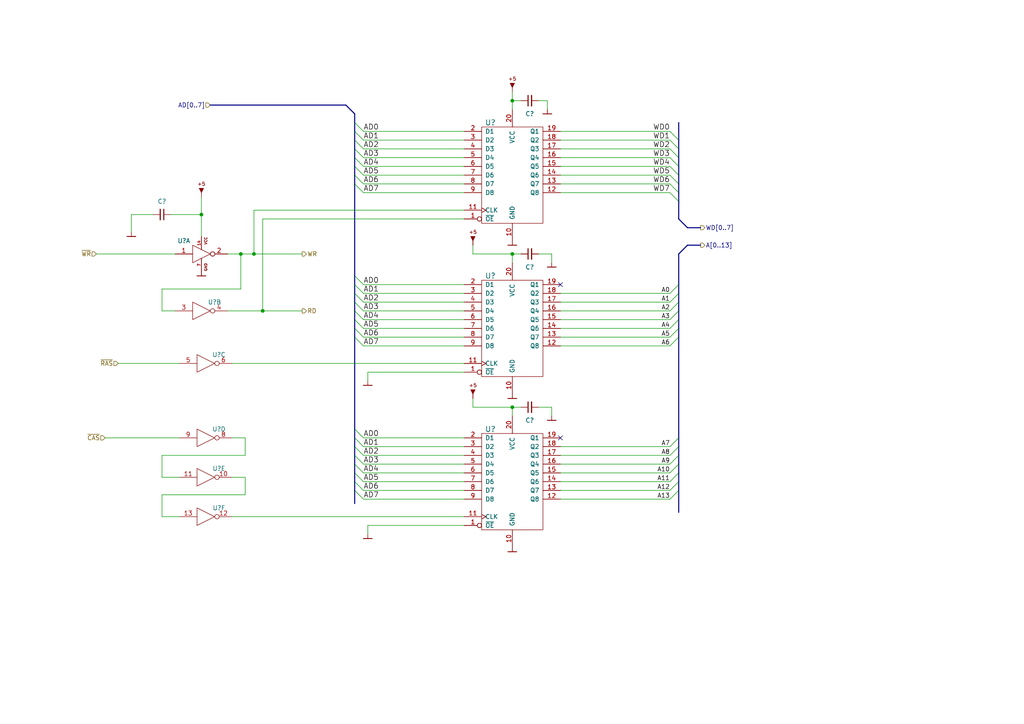
<source format=kicad_sch>
(kicad_sch (version 20211123) (generator eeschema)

  (uuid e091e263-c616-48ef-a460-465c70218987)

  (paper "A4")

  (lib_symbols
    (symbol "artemisa:74HCT04" (pin_names (offset 0.762) hide) (in_bom yes) (on_board yes)
      (property "Reference" "U" (id 0) (at -7.62 2.54 0)
        (effects (font (size 1.27 1.27)))
      )
      (property "Value" "74HCT04" (id 1) (at -6.35 -1.27 0)
        (effects (font (size 1.27 1.27)))
      )
      (property "Footprint" "" (id 2) (at 0 0 0)
        (effects (font (size 1.27 1.27)) hide)
      )
      (property "Datasheet" "" (id 3) (at 0 0 0)
        (effects (font (size 1.27 1.27)) hide)
      )
      (symbol "74HCT04_1_1"
        (polyline
          (pts
            (xy -2.54 -2.54)
            (xy -2.54 2.54)
            (xy 2.54 0)
            (xy -2.54 -2.54)
          )
          (stroke (width 0) (type default) (color 0 0 0 0))
          (fill (type none))
        )
        (text "GND" (at 1.27 -3.81 900)
          (effects (font (size 0.762 0.762)))
        )
        (text "VCC" (at 1.27 3.81 900)
          (effects (font (size 0.762 0.762)))
        )
        (pin input line (at -7.62 0 0) (length 5.0038)
          (name "~" (effects (font (size 1.27 1.27))))
          (number "1" (effects (font (size 1.27 1.27))))
        )
        (pin power_in line (at 0 5.08 270) (length 3.81)
          (name "VCC" (effects (font (size 1.27 1.27))))
          (number "14" (effects (font (size 0.762 0.762))))
        )
        (pin output inverted (at 7.62 0 180) (length 5.0038)
          (name "~" (effects (font (size 1.27 1.27))))
          (number "2" (effects (font (size 1.27 1.27))))
        )
        (pin power_in line (at 0 -5.08 90) (length 3.81)
          (name "GND" (effects (font (size 1.27 1.27))))
          (number "7" (effects (font (size 0.762 0.762))))
        )
      )
      (symbol "74HCT04_1_2"
        (polyline
          (pts
            (xy -2.54 2.54)
            (xy -2.54 -2.54)
            (xy 2.54 0)
            (xy -2.54 2.54)
          )
          (stroke (width 0) (type default) (color 0 0 0 0))
          (fill (type none))
        )
        (pin input inverted (at -7.62 0 0) (length 5.08)
          (name "~" (effects (font (size 1.27 1.27))))
          (number "1" (effects (font (size 1.27 1.27))))
        )
        (pin output line (at 7.62 0 180) (length 5.08)
          (name "~" (effects (font (size 1.27 1.27))))
          (number "2" (effects (font (size 1.27 1.27))))
        )
      )
      (symbol "74HCT04_2_1"
        (polyline
          (pts
            (xy -2.54 2.54)
            (xy -2.54 -2.54)
            (xy 2.54 0)
            (xy -2.54 2.54)
          )
          (stroke (width 0) (type default) (color 0 0 0 0))
          (fill (type none))
        )
        (pin input line (at -7.62 0 0) (length 5.0038)
          (name "~" (effects (font (size 1.27 1.27))))
          (number "3" (effects (font (size 1.27 1.27))))
        )
        (pin output inverted (at 7.62 0 180) (length 5.0038)
          (name "~" (effects (font (size 1.27 1.27))))
          (number "4" (effects (font (size 1.27 1.27))))
        )
      )
      (symbol "74HCT04_2_2"
        (polyline
          (pts
            (xy -2.54 2.54)
            (xy -2.54 -2.54)
            (xy 2.54 0)
            (xy -2.54 2.54)
          )
          (stroke (width 0) (type default) (color 0 0 0 0))
          (fill (type none))
        )
        (pin input inverted (at -7.62 0 0) (length 5.08)
          (name "~" (effects (font (size 1.27 1.27))))
          (number "3" (effects (font (size 1.27 1.27))))
        )
        (pin output line (at 7.62 0 180) (length 5.08)
          (name "~" (effects (font (size 1.27 1.27))))
          (number "4" (effects (font (size 1.27 1.27))))
        )
      )
      (symbol "74HCT04_3_1"
        (polyline
          (pts
            (xy -2.54 2.54)
            (xy -2.54 -2.54)
            (xy 2.54 0)
            (xy -2.54 2.54)
          )
          (stroke (width 0) (type default) (color 0 0 0 0))
          (fill (type none))
        )
        (pin input line (at -7.62 0 0) (length 5.0038)
          (name "~" (effects (font (size 1.27 1.27))))
          (number "5" (effects (font (size 1.27 1.27))))
        )
        (pin output inverted (at 7.62 0 180) (length 5.0038)
          (name "~" (effects (font (size 1.27 1.27))))
          (number "6" (effects (font (size 1.27 1.27))))
        )
      )
      (symbol "74HCT04_3_2"
        (polyline
          (pts
            (xy -2.54 2.54)
            (xy -2.54 -2.54)
            (xy 2.54 0)
            (xy -2.54 2.54)
          )
          (stroke (width 0) (type default) (color 0 0 0 0))
          (fill (type none))
        )
        (pin input inverted (at -7.62 0 0) (length 5.08)
          (name "~" (effects (font (size 1.27 1.27))))
          (number "5" (effects (font (size 1.27 1.27))))
        )
        (pin output line (at 7.62 0 180) (length 5.08)
          (name "~" (effects (font (size 1.27 1.27))))
          (number "6" (effects (font (size 1.27 1.27))))
        )
      )
      (symbol "74HCT04_4_1"
        (polyline
          (pts
            (xy -2.54 2.54)
            (xy -2.54 -2.54)
            (xy 2.54 0)
            (xy -2.54 2.54)
          )
          (stroke (width 0) (type default) (color 0 0 0 0))
          (fill (type none))
        )
        (pin output inverted (at 7.62 0 180) (length 5.0038)
          (name "~" (effects (font (size 1.27 1.27))))
          (number "8" (effects (font (size 1.27 1.27))))
        )
        (pin input line (at -7.62 0 0) (length 5.0038)
          (name "~" (effects (font (size 1.27 1.27))))
          (number "9" (effects (font (size 1.27 1.27))))
        )
      )
      (symbol "74HCT04_4_2"
        (polyline
          (pts
            (xy -2.54 2.54)
            (xy -2.54 -2.54)
            (xy 2.54 0)
            (xy -2.54 2.54)
          )
          (stroke (width 0) (type default) (color 0 0 0 0))
          (fill (type none))
        )
        (pin output line (at 7.62 0 180) (length 5.08)
          (name "~" (effects (font (size 1.27 1.27))))
          (number "8" (effects (font (size 1.27 1.27))))
        )
        (pin input inverted (at -7.62 0 0) (length 5.08)
          (name "~" (effects (font (size 1.27 1.27))))
          (number "9" (effects (font (size 1.27 1.27))))
        )
      )
      (symbol "74HCT04_5_1"
        (polyline
          (pts
            (xy -2.54 2.54)
            (xy -2.54 -2.54)
            (xy 2.54 0)
            (xy -2.54 2.54)
          )
          (stroke (width 0) (type default) (color 0 0 0 0))
          (fill (type none))
        )
        (pin output inverted (at 7.62 0 180) (length 5.0038)
          (name "~" (effects (font (size 1.27 1.27))))
          (number "10" (effects (font (size 1.27 1.27))))
        )
        (pin input line (at -7.62 0 0) (length 5.0038)
          (name "~" (effects (font (size 1.27 1.27))))
          (number "11" (effects (font (size 1.27 1.27))))
        )
      )
      (symbol "74HCT04_5_2"
        (polyline
          (pts
            (xy -2.54 2.54)
            (xy -2.54 -2.54)
            (xy 2.54 0)
            (xy -2.54 2.54)
          )
          (stroke (width 0) (type default) (color 0 0 0 0))
          (fill (type none))
        )
        (pin output line (at 7.62 0 180) (length 5.08)
          (name "~" (effects (font (size 1.27 1.27))))
          (number "10" (effects (font (size 1.27 1.27))))
        )
        (pin input inverted (at -7.62 0 0) (length 5.08)
          (name "~" (effects (font (size 1.27 1.27))))
          (number "11" (effects (font (size 1.27 1.27))))
        )
      )
      (symbol "74HCT04_6_1"
        (polyline
          (pts
            (xy -2.54 2.54)
            (xy -2.54 -2.54)
            (xy 2.54 0)
            (xy -2.54 2.54)
          )
          (stroke (width 0) (type default) (color 0 0 0 0))
          (fill (type none))
        )
        (pin output inverted (at 7.62 0 180) (length 5.0038)
          (name "~" (effects (font (size 1.27 1.27))))
          (number "12" (effects (font (size 1.27 1.27))))
        )
        (pin input line (at -7.62 0 0) (length 5.0038)
          (name "~" (effects (font (size 1.27 1.27))))
          (number "13" (effects (font (size 1.27 1.27))))
        )
      )
      (symbol "74HCT04_6_2"
        (polyline
          (pts
            (xy -2.54 2.54)
            (xy -2.54 -2.54)
            (xy 2.54 0)
            (xy -2.54 2.54)
          )
          (stroke (width 0) (type default) (color 0 0 0 0))
          (fill (type none))
        )
        (pin output line (at 7.62 0 180) (length 5.08)
          (name "~" (effects (font (size 1.27 1.27))))
          (number "12" (effects (font (size 1.27 1.27))))
        )
        (pin input inverted (at -7.62 0 0) (length 5.08)
          (name "~" (effects (font (size 1.27 1.27))))
          (number "13" (effects (font (size 1.27 1.27))))
        )
      )
    )
    (symbol "artemisa:74HCT574" (pin_names (offset 1.016)) (in_bom yes) (on_board yes)
      (property "Reference" "U" (id 0) (at 0 15.24 0)
        (effects (font (size 1.524 1.524)))
      )
      (property "Value" "74HCT574" (id 1) (at 0 -19.05 0)
        (effects (font (size 1.524 1.524)))
      )
      (property "Footprint" "" (id 2) (at 0 -6.35 0)
        (effects (font (size 1.524 1.524)) hide)
      )
      (property "Datasheet" "" (id 3) (at 0 -6.35 0)
        (effects (font (size 1.524 1.524)) hide)
      )
      (symbol "74HCT574_0_1"
        (rectangle (start -8.89 13.97) (end 8.89 -13.97)
          (stroke (width 0) (type default) (color 0 0 0 0))
          (fill (type none))
        )
      )
      (symbol "74HCT574_1_1"
        (pin input inverted (at -13.97 -12.7 0) (length 5.08)
          (name "~{OE}" (effects (font (size 1.27 1.27))))
          (number "1" (effects (font (size 1.27 1.27))))
        )
        (pin power_in line (at 0 -19.05 90) (length 5.08)
          (name "GND" (effects (font (size 1.27 1.27))))
          (number "10" (effects (font (size 1.27 1.27))))
        )
        (pin input clock (at -13.97 -10.16 0) (length 5.08)
          (name "CLK" (effects (font (size 1.27 1.27))))
          (number "11" (effects (font (size 1.27 1.27))))
        )
        (pin output line (at 13.97 -5.08 180) (length 5.08)
          (name "Q8" (effects (font (size 1.27 1.27))))
          (number "12" (effects (font (size 1.27 1.27))))
        )
        (pin output line (at 13.97 -2.54 180) (length 5.08)
          (name "Q7" (effects (font (size 1.27 1.27))))
          (number "13" (effects (font (size 1.27 1.27))))
        )
        (pin output line (at 13.97 0 180) (length 5.08)
          (name "Q6" (effects (font (size 1.27 1.27))))
          (number "14" (effects (font (size 1.27 1.27))))
        )
        (pin output line (at 13.97 2.54 180) (length 5.08)
          (name "Q5" (effects (font (size 1.27 1.27))))
          (number "15" (effects (font (size 1.27 1.27))))
        )
        (pin output line (at 13.97 5.08 180) (length 5.08)
          (name "Q4" (effects (font (size 1.27 1.27))))
          (number "16" (effects (font (size 1.27 1.27))))
        )
        (pin output line (at 13.97 7.62 180) (length 5.08)
          (name "Q3" (effects (font (size 1.27 1.27))))
          (number "17" (effects (font (size 1.27 1.27))))
        )
        (pin output line (at 13.97 10.16 180) (length 5.08)
          (name "Q2" (effects (font (size 1.27 1.27))))
          (number "18" (effects (font (size 1.27 1.27))))
        )
        (pin output line (at 13.97 12.7 180) (length 5.08)
          (name "Q1" (effects (font (size 1.27 1.27))))
          (number "19" (effects (font (size 1.27 1.27))))
        )
        (pin input line (at -13.97 12.7 0) (length 5.08)
          (name "D1" (effects (font (size 1.27 1.27))))
          (number "2" (effects (font (size 1.27 1.27))))
        )
        (pin power_in line (at 0 19.05 270) (length 5.08)
          (name "VCC" (effects (font (size 1.27 1.27))))
          (number "20" (effects (font (size 1.27 1.27))))
        )
        (pin input line (at -13.97 10.16 0) (length 5.08)
          (name "D2" (effects (font (size 1.27 1.27))))
          (number "3" (effects (font (size 1.27 1.27))))
        )
        (pin input line (at -13.97 7.62 0) (length 5.08)
          (name "D3" (effects (font (size 1.27 1.27))))
          (number "4" (effects (font (size 1.27 1.27))))
        )
        (pin input line (at -13.97 5.08 0) (length 5.08)
          (name "D4" (effects (font (size 1.27 1.27))))
          (number "5" (effects (font (size 1.27 1.27))))
        )
        (pin input line (at -13.97 2.54 0) (length 5.08)
          (name "D5" (effects (font (size 1.27 1.27))))
          (number "6" (effects (font (size 1.27 1.27))))
        )
        (pin input line (at -13.97 0 0) (length 5.08)
          (name "D6" (effects (font (size 1.27 1.27))))
          (number "7" (effects (font (size 1.27 1.27))))
        )
        (pin input line (at -13.97 -2.54 0) (length 5.08)
          (name "D7" (effects (font (size 1.27 1.27))))
          (number "8" (effects (font (size 1.27 1.27))))
        )
        (pin input line (at -13.97 -5.08 0) (length 5.08)
          (name "D8" (effects (font (size 1.27 1.27))))
          (number "9" (effects (font (size 1.27 1.27))))
        )
      )
    )
    (symbol "artemisa:Cap" (pin_numbers hide) (pin_names (offset 0.254) hide) (in_bom yes) (on_board yes)
      (property "Reference" "C" (id 0) (at 0.254 1.778 0)
        (effects (font (size 1.27 1.27)) (justify left))
      )
      (property "Value" "Cap" (id 1) (at 0.254 -2.032 0)
        (effects (font (size 1.27 1.27)) (justify left))
      )
      (property "Footprint" "" (id 2) (at 0 0 0)
        (effects (font (size 1.27 1.27)) hide)
      )
      (property "Datasheet" "" (id 3) (at 0 0 0)
        (effects (font (size 1.27 1.27)) hide)
      )
      (property "ki_fp_filters" "C_*" (id 4) (at 0 0 0)
        (effects (font (size 1.27 1.27)) hide)
      )
      (symbol "Cap_0_1"
        (polyline
          (pts
            (xy -1.524 -0.508)
            (xy 1.524 -0.508)
          )
          (stroke (width 0.3302) (type default) (color 0 0 0 0))
          (fill (type none))
        )
        (polyline
          (pts
            (xy -1.524 0.508)
            (xy 1.524 0.508)
          )
          (stroke (width 0.3048) (type default) (color 0 0 0 0))
          (fill (type none))
        )
      )
      (symbol "Cap_1_1"
        (pin passive line (at 0 2.54 270) (length 2.032)
          (name "~" (effects (font (size 1.27 1.27))))
          (number "1" (effects (font (size 1.27 1.27))))
        )
        (pin passive line (at 0 -2.54 90) (length 2.032)
          (name "~" (effects (font (size 1.27 1.27))))
          (number "2" (effects (font (size 1.27 1.27))))
        )
      )
    )
    (symbol "artemisa:GND" (power) (pin_numbers hide) (pin_names (offset 0) hide) (in_bom yes) (on_board yes)
      (property "Reference" "#PWR" (id 0) (at 0 -2.54 0)
        (effects (font (size 1.524 1.524)) hide)
      )
      (property "Value" "GND" (id 1) (at 0 2.54 0)
        (effects (font (size 1.524 1.524)) hide)
      )
      (property "Footprint" "" (id 2) (at 0 0 0)
        (effects (font (size 1.524 1.524)) hide)
      )
      (property "Datasheet" "" (id 3) (at 0 0 0)
        (effects (font (size 1.524 1.524)) hide)
      )
      (symbol "GND_0_1"
        (polyline
          (pts
            (xy -1.27 -1.27)
            (xy 1.27 -1.27)
          )
          (stroke (width 0.254) (type default) (color 0 0 0 0))
          (fill (type none))
        )
      )
      (symbol "GND_1_1"
        (pin power_in line (at 0 0 270) (length 1.27)
          (name "GND" (effects (font (size 1.27 1.27))))
          (number "~" (effects (font (size 1.27 1.27))))
        )
      )
    )
    (symbol "artemisa:VCC" (power) (pin_numbers hide) (pin_names (offset 0) hide) (in_bom yes) (on_board yes)
      (property "Reference" "#PWR" (id 0) (at 0 -1.27 0)
        (effects (font (size 1.524 1.524)) hide)
      )
      (property "Value" "VCC" (id 1) (at 0 6.35 0)
        (effects (font (size 1.524 1.524)) hide)
      )
      (property "Footprint" "" (id 2) (at 0 0 0)
        (effects (font (size 1.524 1.524)) hide)
      )
      (property "Datasheet" "" (id 3) (at 0 0 0)
        (effects (font (size 1.524 1.524)) hide)
      )
      (symbol "VCC_0_0"
        (text "+5" (at 0 3.81 0)
          (effects (font (size 1.016 1.016)))
        )
      )
      (symbol "VCC_0_1"
        (polyline
          (pts
            (xy 0 1.27)
            (xy 0.635 2.54)
            (xy -0.635 2.54)
            (xy 0 1.27)
          )
          (stroke (width 0) (type default) (color 0 0 0 0))
          (fill (type outline))
        )
      )
      (symbol "VCC_1_1"
        (pin power_in line (at 0 0 90) (length 1.27)
          (name "~" (effects (font (size 1.27 1.27))))
          (number "~" (effects (font (size 1.27 1.27))))
        )
      )
    )
  )

  (junction (at 148.59 29.21) (diameter 0) (color 0 0 0 0)
    (uuid 10e52e95-44f3-4059-a86d-dcda603e0623)
  )
  (junction (at 58.42 62.23) (diameter 0) (color 0 0 0 0)
    (uuid 3249bd81-9fd4-4194-9b4f-2e333b2195b8)
  )
  (junction (at 76.2 90.17) (diameter 0) (color 0 0 0 0)
    (uuid 4b1fce17-dec7-457e-ba3b-a77604e77dc9)
  )
  (junction (at 69.85 73.66) (diameter 0) (color 0 0 0 0)
    (uuid 72b36951-3ec7-4569-9c88-cf9b4afe1cae)
  )
  (junction (at 148.59 73.66) (diameter 0) (color 0 0 0 0)
    (uuid 97581b9a-3f6b-4e88-8768-6fdb60e6aca6)
  )
  (junction (at 148.59 118.11) (diameter 0) (color 0 0 0 0)
    (uuid 9c607e49-ee5c-4e85-a7da-6fede9912412)
  )
  (junction (at 73.66 73.66) (diameter 0) (color 0 0 0 0)
    (uuid d68e5ddb-039c-483f-88a3-1b0b7964b482)
  )

  (no_connect (at 162.56 127) (uuid 4431c0f6-83ea-4eee-95a8-991da2f03ccd))
  (no_connect (at 162.56 82.55) (uuid 90e761f6-1432-4f73-ad28-fa8869b7ec31))

  (bus_entry (at 102.87 97.79) (size 2.54 2.54)
    (stroke (width 0) (type default) (color 0 0 0 0))
    (uuid 05f2859d-2820-4e84-b395-696011feb13b)
  )
  (bus_entry (at 102.87 48.26) (size 2.54 2.54)
    (stroke (width 0) (type default) (color 0 0 0 0))
    (uuid 07d160b6-23e1-4aa0-95cb-440482e6fc15)
  )
  (bus_entry (at 194.31 142.24) (size 2.54 -2.54)
    (stroke (width 0) (type default) (color 0 0 0 0))
    (uuid 14094ad2-b562-4efa-8c6f-51d7a3134345)
  )
  (bus_entry (at 194.31 92.71) (size 2.54 -2.54)
    (stroke (width 0) (type default) (color 0 0 0 0))
    (uuid 1cb22080-0f59-4c18-a6e6-8685ef44ec53)
  )
  (bus_entry (at 102.87 45.72) (size 2.54 2.54)
    (stroke (width 0) (type default) (color 0 0 0 0))
    (uuid 1e48966e-d29d-4521-8939-ec8ac570431d)
  )
  (bus_entry (at 194.31 87.63) (size 2.54 -2.54)
    (stroke (width 0) (type default) (color 0 0 0 0))
    (uuid 235067e2-1686-40fe-a9a0-61704311b2b1)
  )
  (bus_entry (at 102.87 38.1) (size 2.54 2.54)
    (stroke (width 0) (type default) (color 0 0 0 0))
    (uuid 24b72b0d-63b8-4e06-89d0-e94dcf39a600)
  )
  (bus_entry (at 194.31 43.18) (size 2.54 2.54)
    (stroke (width 0) (type default) (color 0 0 0 0))
    (uuid 25bc3602-3fb4-4a04-94e3-21ba22562c24)
  )
  (bus_entry (at 194.31 50.8) (size 2.54 2.54)
    (stroke (width 0) (type default) (color 0 0 0 0))
    (uuid 283c990c-ae5a-4e41-a3ad-b40ca29fe90e)
  )
  (bus_entry (at 102.87 92.71) (size 2.54 2.54)
    (stroke (width 0) (type default) (color 0 0 0 0))
    (uuid 2a1de22d-6451-488d-af77-0bf8841bd695)
  )
  (bus_entry (at 102.87 142.24) (size 2.54 2.54)
    (stroke (width 0) (type default) (color 0 0 0 0))
    (uuid 2c60448a-e30f-46b2-89e1-a44f51688efc)
  )
  (bus_entry (at 194.31 85.09) (size 2.54 -2.54)
    (stroke (width 0) (type default) (color 0 0 0 0))
    (uuid 31f91ec8-56e4-4e08-9ccd-012652772211)
  )
  (bus_entry (at 194.31 53.34) (size 2.54 2.54)
    (stroke (width 0) (type default) (color 0 0 0 0))
    (uuid 49575217-40b0-4890-8acf-12982cca52b5)
  )
  (bus_entry (at 194.31 40.64) (size 2.54 2.54)
    (stroke (width 0) (type default) (color 0 0 0 0))
    (uuid 4aa97874-2fd2-414c-b381-9420384c2fd8)
  )
  (bus_entry (at 194.31 55.88) (size 2.54 2.54)
    (stroke (width 0) (type default) (color 0 0 0 0))
    (uuid 4cafb73d-1ad8-4d24-acf7-63d78095ae46)
  )
  (bus_entry (at 102.87 129.54) (size 2.54 2.54)
    (stroke (width 0) (type default) (color 0 0 0 0))
    (uuid 576f00e6-a1be-45d3-9b93-e26d9e0fe306)
  )
  (bus_entry (at 194.31 132.08) (size 2.54 -2.54)
    (stroke (width 0) (type default) (color 0 0 0 0))
    (uuid 5ff19d63-2cb4-438b-93c4-e66d37a05329)
  )
  (bus_entry (at 194.31 100.33) (size 2.54 -2.54)
    (stroke (width 0) (type default) (color 0 0 0 0))
    (uuid 616287d9-a51f-498c-8b91-be46a0aa3a7f)
  )
  (bus_entry (at 194.31 134.62) (size 2.54 -2.54)
    (stroke (width 0) (type default) (color 0 0 0 0))
    (uuid 637f12be-fa48-4ce4-96b2-04c21a8795c8)
  )
  (bus_entry (at 102.87 87.63) (size 2.54 2.54)
    (stroke (width 0) (type default) (color 0 0 0 0))
    (uuid 6ac3ab53-7523-4805-bfd2-5de19dff127e)
  )
  (bus_entry (at 194.31 90.17) (size 2.54 -2.54)
    (stroke (width 0) (type default) (color 0 0 0 0))
    (uuid 701e1517-e8cf-46f4-b538-98e721c97380)
  )
  (bus_entry (at 102.87 127) (size 2.54 2.54)
    (stroke (width 0) (type default) (color 0 0 0 0))
    (uuid 713e0777-58b2-4487-baca-60d0ebed27c3)
  )
  (bus_entry (at 194.31 45.72) (size 2.54 2.54)
    (stroke (width 0) (type default) (color 0 0 0 0))
    (uuid 7760a75a-d74b-4185-b34e-cbc7b2c339b6)
  )
  (bus_entry (at 102.87 53.34) (size 2.54 2.54)
    (stroke (width 0) (type default) (color 0 0 0 0))
    (uuid 844d7d7a-b386-45a8-aaf6-bf41bbcb43b5)
  )
  (bus_entry (at 194.31 95.25) (size 2.54 -2.54)
    (stroke (width 0) (type default) (color 0 0 0 0))
    (uuid 8bdea5f6-7a53-427a-92b8-fd15994c2e8c)
  )
  (bus_entry (at 102.87 139.7) (size 2.54 2.54)
    (stroke (width 0) (type default) (color 0 0 0 0))
    (uuid 901440f4-e2a6-4447-83cc-f58a2b26f5c4)
  )
  (bus_entry (at 102.87 82.55) (size 2.54 2.54)
    (stroke (width 0) (type default) (color 0 0 0 0))
    (uuid a07b6b2b-7179-4297-b163-5e47ffbe76d3)
  )
  (bus_entry (at 102.87 134.62) (size 2.54 2.54)
    (stroke (width 0) (type default) (color 0 0 0 0))
    (uuid a0dee8e6-f88a-4f05-aba0-bab3aafdf2bc)
  )
  (bus_entry (at 196.85 142.24) (size -2.54 2.54)
    (stroke (width 0) (type default) (color 0 0 0 0))
    (uuid a599509f-fbb9-4db4-9adf-9e96bab1138d)
  )
  (bus_entry (at 102.87 50.8) (size 2.54 2.54)
    (stroke (width 0) (type default) (color 0 0 0 0))
    (uuid a62609cd-29b7-4918-b97d-7b2404ba61cf)
  )
  (bus_entry (at 102.87 40.64) (size 2.54 2.54)
    (stroke (width 0) (type default) (color 0 0 0 0))
    (uuid a6738794-75ae-48a6-8949-ed8717400d71)
  )
  (bus_entry (at 102.87 90.17) (size 2.54 2.54)
    (stroke (width 0) (type default) (color 0 0 0 0))
    (uuid a8219a78-6b33-4efa-a789-6a67ce8f7a50)
  )
  (bus_entry (at 105.41 82.55) (size -2.54 -2.54)
    (stroke (width 0) (type default) (color 0 0 0 0))
    (uuid a8fb8ee0-623f-4870-a716-ecc88f37ef9a)
  )
  (bus_entry (at 196.85 95.25) (size -2.54 2.54)
    (stroke (width 0) (type default) (color 0 0 0 0))
    (uuid be41ac9e-b8ba-4089-983b-b84269707f1c)
  )
  (bus_entry (at 196.85 40.64) (size -2.54 -2.54)
    (stroke (width 0) (type default) (color 0 0 0 0))
    (uuid be4b72db-0e02-4d9b-844a-aff689b4e648)
  )
  (bus_entry (at 194.31 48.26) (size 2.54 2.54)
    (stroke (width 0) (type default) (color 0 0 0 0))
    (uuid c1bac86f-cbf6-4c5b-b60d-c26fa73d9c09)
  )
  (bus_entry (at 194.31 139.7) (size 2.54 -2.54)
    (stroke (width 0) (type default) (color 0 0 0 0))
    (uuid cbebc05a-c4dd-4baf-8c08-196e84e08b27)
  )
  (bus_entry (at 102.87 85.09) (size 2.54 2.54)
    (stroke (width 0) (type default) (color 0 0 0 0))
    (uuid d1a9be32-38ba-44e6-bc35-f031541ab1fe)
  )
  (bus_entry (at 105.41 127) (size -2.54 -2.54)
    (stroke (width 0) (type default) (color 0 0 0 0))
    (uuid d66d3c12-11ce-4566-9a45-962e329503d8)
  )
  (bus_entry (at 102.87 43.18) (size 2.54 2.54)
    (stroke (width 0) (type default) (color 0 0 0 0))
    (uuid d692b5e6-71b2-4fa6-bc83-618add8d8fef)
  )
  (bus_entry (at 102.87 137.16) (size 2.54 2.54)
    (stroke (width 0) (type default) (color 0 0 0 0))
    (uuid d7e5a060-eb57-4238-9312-26bc885fc97d)
  )
  (bus_entry (at 105.41 38.1) (size -2.54 -2.54)
    (stroke (width 0) (type default) (color 0 0 0 0))
    (uuid ebca7c5e-ae52-43e5-ac6c-69a96a9a5b24)
  )
  (bus_entry (at 102.87 132.08) (size 2.54 2.54)
    (stroke (width 0) (type default) (color 0 0 0 0))
    (uuid f19c9655-8ddb-411a-96dd-bd986870c3c6)
  )
  (bus_entry (at 102.87 95.25) (size 2.54 2.54)
    (stroke (width 0) (type default) (color 0 0 0 0))
    (uuid f3044f68-903d-4063-b253-30d8e3a83eae)
  )
  (bus_entry (at 194.31 137.16) (size 2.54 -2.54)
    (stroke (width 0) (type default) (color 0 0 0 0))
    (uuid f7447e92-4293-41c4-be3f-69b30aad1f17)
  )
  (bus_entry (at 194.31 129.54) (size 2.54 -2.54)
    (stroke (width 0) (type default) (color 0 0 0 0))
    (uuid fa00d3f4-bb71-4b1d-aa40-ae9267e2c41f)
  )

  (wire (pts (xy 134.62 55.88) (xy 105.41 55.88))
    (stroke (width 0) (type default) (color 0 0 0 0))
    (uuid 008da5b9-6f95-4113-b7d0-d93ac62efd33)
  )
  (wire (pts (xy 67.31 138.43) (xy 71.12 138.43))
    (stroke (width 0) (type default) (color 0 0 0 0))
    (uuid 011ee658-718d-416a-85fd-961729cd1ee5)
  )
  (wire (pts (xy 76.2 63.5) (xy 134.62 63.5))
    (stroke (width 0) (type default) (color 0 0 0 0))
    (uuid 03f57fb4-32a3-4bc6-85b9-fd8ece4a9592)
  )
  (wire (pts (xy 105.41 48.26) (xy 134.62 48.26))
    (stroke (width 0) (type default) (color 0 0 0 0))
    (uuid 04cf2f2c-74bf-400d-b4f6-201720df00ed)
  )
  (bus (pts (xy 102.87 40.64) (xy 102.87 43.18))
    (stroke (width 0) (type default) (color 0 0 0 0))
    (uuid 0c6a8975-03d4-4836-94cc-62c8765d5845)
  )
  (bus (pts (xy 102.87 38.1) (xy 102.87 40.64))
    (stroke (width 0) (type default) (color 0 0 0 0))
    (uuid 0c91a4f1-0f97-4ceb-94f7-eff09ca0fe2a)
  )

  (wire (pts (xy 162.56 92.71) (xy 194.31 92.71))
    (stroke (width 0) (type default) (color 0 0 0 0))
    (uuid 0cc9bf07-55b9-458f-b8aa-41b2f51fa940)
  )
  (wire (pts (xy 134.62 100.33) (xy 105.41 100.33))
    (stroke (width 0) (type default) (color 0 0 0 0))
    (uuid 0ceb97d6-1b0f-4b71-921e-b0955c30c998)
  )
  (wire (pts (xy 156.21 29.21) (xy 158.75 29.21))
    (stroke (width 0) (type default) (color 0 0 0 0))
    (uuid 0dfdfa9f-1e3f-4e14-b64b-12bde76a80c7)
  )
  (bus (pts (xy 196.85 129.54) (xy 196.85 132.08))
    (stroke (width 0) (type default) (color 0 0 0 0))
    (uuid 114a7b61-9a55-4ae0-8273-52f581c0e08b)
  )
  (bus (pts (xy 196.85 63.5) (xy 199.39 66.04))
    (stroke (width 0) (type default) (color 0 0 0 0))
    (uuid 123968c6-74e7-4754-8c36-08ea08e42555)
  )

  (wire (pts (xy 105.41 87.63) (xy 134.62 87.63))
    (stroke (width 0) (type default) (color 0 0 0 0))
    (uuid 12a24e86-2c38-4685-bba9-fff8dddb4cb0)
  )
  (bus (pts (xy 102.87 137.16) (xy 102.87 139.7))
    (stroke (width 0) (type default) (color 0 0 0 0))
    (uuid 140b8cf2-967b-4253-b9ee-aa79a7f32ab3)
  )
  (bus (pts (xy 102.87 53.34) (xy 102.87 80.01))
    (stroke (width 0) (type default) (color 0 0 0 0))
    (uuid 15f618db-524b-4c2a-b3e1-9d6e47453d9c)
  )
  (bus (pts (xy 196.85 53.34) (xy 196.85 55.88))
    (stroke (width 0) (type default) (color 0 0 0 0))
    (uuid 1840fd5a-a6ab-49be-9845-55fceff0cc0e)
  )

  (wire (pts (xy 134.62 107.95) (xy 106.68 107.95))
    (stroke (width 0) (type default) (color 0 0 0 0))
    (uuid 18ca5aef-6a2c-41ac-9e7f-bf7acb716e53)
  )
  (bus (pts (xy 102.87 129.54) (xy 102.87 132.08))
    (stroke (width 0) (type default) (color 0 0 0 0))
    (uuid 190e5db4-2e78-4247-8e9e-f143f5a2a297)
  )

  (wire (pts (xy 134.62 50.8) (xy 105.41 50.8))
    (stroke (width 0) (type default) (color 0 0 0 0))
    (uuid 1bdd5841-68b7-42e2-9447-cbdb608d8a08)
  )
  (bus (pts (xy 102.87 132.08) (xy 102.87 134.62))
    (stroke (width 0) (type default) (color 0 0 0 0))
    (uuid 1c03f022-8246-4922-9c00-dba5f9ac823b)
  )
  (bus (pts (xy 196.85 127) (xy 196.85 129.54))
    (stroke (width 0) (type default) (color 0 0 0 0))
    (uuid 1e52a323-b85b-4d20-9a6b-325f1b8a6a61)
  )
  (bus (pts (xy 102.87 48.26) (xy 102.87 50.8))
    (stroke (width 0) (type default) (color 0 0 0 0))
    (uuid 1f86010a-4cd3-43d9-9446-293fed6f20dd)
  )
  (bus (pts (xy 196.85 40.64) (xy 196.85 43.18))
    (stroke (width 0) (type default) (color 0 0 0 0))
    (uuid 1ff94ace-e150-48d4-ae77-4630a99f20ee)
  )

  (wire (pts (xy 71.12 127) (xy 71.12 132.08))
    (stroke (width 0) (type default) (color 0 0 0 0))
    (uuid 22bb6c80-05a9-4d89-98b0-f4c23fe6c1ce)
  )
  (wire (pts (xy 162.56 95.25) (xy 194.31 95.25))
    (stroke (width 0) (type default) (color 0 0 0 0))
    (uuid 241e0c85-4796-48eb-a5a0-1c0f2d6e5910)
  )
  (wire (pts (xy 105.41 43.18) (xy 134.62 43.18))
    (stroke (width 0) (type default) (color 0 0 0 0))
    (uuid 2878a73c-5447-4cd9-8194-14f52ab9459c)
  )
  (wire (pts (xy 67.31 105.41) (xy 134.62 105.41))
    (stroke (width 0) (type default) (color 0 0 0 0))
    (uuid 29bb7297-26fb-4776-9266-2355d022bab0)
  )
  (bus (pts (xy 196.85 58.42) (xy 196.85 63.5))
    (stroke (width 0) (type default) (color 0 0 0 0))
    (uuid 2b8e67f5-5713-48b8-8539-09fa9a348067)
  )
  (bus (pts (xy 196.85 48.26) (xy 196.85 50.8))
    (stroke (width 0) (type default) (color 0 0 0 0))
    (uuid 2e7d14ed-36df-4f2e-acdc-31026260c896)
  )

  (wire (pts (xy 148.59 73.66) (xy 148.59 76.2))
    (stroke (width 0) (type default) (color 0 0 0 0))
    (uuid 319639ae-c2c5-486d-93b1-d03bb1b64252)
  )
  (wire (pts (xy 58.42 57.15) (xy 58.42 62.23))
    (stroke (width 0) (type default) (color 0 0 0 0))
    (uuid 347562f5-b152-4e7b-8a69-40ca6daaaad4)
  )
  (wire (pts (xy 105.41 92.71) (xy 134.62 92.71))
    (stroke (width 0) (type default) (color 0 0 0 0))
    (uuid 35ef9c4a-35f6-467b-a704-b1d9354880cf)
  )
  (wire (pts (xy 162.56 90.17) (xy 194.31 90.17))
    (stroke (width 0) (type default) (color 0 0 0 0))
    (uuid 363945f6-fbef-42be-99cf-4a8a48434d92)
  )
  (wire (pts (xy 162.56 97.79) (xy 194.31 97.79))
    (stroke (width 0) (type default) (color 0 0 0 0))
    (uuid 386ad9e3-71fa-420f-8722-88548b024fc5)
  )
  (wire (pts (xy 148.59 29.21) (xy 151.13 29.21))
    (stroke (width 0) (type default) (color 0 0 0 0))
    (uuid 3a41dd27-ec14-44d5-b505-aad1d829f79a)
  )
  (wire (pts (xy 151.13 73.66) (xy 148.59 73.66))
    (stroke (width 0) (type default) (color 0 0 0 0))
    (uuid 3a70978e-dcc2-4620-a99c-514362812927)
  )
  (wire (pts (xy 105.41 82.55) (xy 134.62 82.55))
    (stroke (width 0) (type default) (color 0 0 0 0))
    (uuid 3e0392c0-affc-4114-9de5-1f1cfe79418a)
  )
  (bus (pts (xy 196.85 73.66) (xy 199.39 71.12))
    (stroke (width 0) (type default) (color 0 0 0 0))
    (uuid 3e3d55c8-e0ea-48fb-8421-a84b7cb7055b)
  )
  (bus (pts (xy 196.85 132.08) (xy 196.85 134.62))
    (stroke (width 0) (type default) (color 0 0 0 0))
    (uuid 4036c7e1-44ef-4ba7-9d7f-ec3363fce416)
  )
  (bus (pts (xy 196.85 97.79) (xy 196.85 127))
    (stroke (width 0) (type default) (color 0 0 0 0))
    (uuid 4060aa99-8f2f-4518-a228-7a4d62315cea)
  )
  (bus (pts (xy 102.87 142.24) (xy 102.87 146.05))
    (stroke (width 0) (type default) (color 0 0 0 0))
    (uuid 41aad57c-9f74-45cf-982b-ff1ed8e86bdf)
  )

  (wire (pts (xy 160.02 118.11) (xy 160.02 120.65))
    (stroke (width 0) (type default) (color 0 0 0 0))
    (uuid 443bc73a-8dc0-4e2f-a292-a5eff00efa5b)
  )
  (wire (pts (xy 134.62 40.64) (xy 105.41 40.64))
    (stroke (width 0) (type default) (color 0 0 0 0))
    (uuid 44646447-0a8e-4aec-a74e-22bf765d0f33)
  )
  (wire (pts (xy 46.99 90.17) (xy 50.8 90.17))
    (stroke (width 0) (type default) (color 0 0 0 0))
    (uuid 4c843bdb-6c9e-40dd-85e2-0567846e18ba)
  )
  (bus (pts (xy 102.87 90.17) (xy 102.87 92.71))
    (stroke (width 0) (type default) (color 0 0 0 0))
    (uuid 4ecb4ff8-87b3-478c-ac11-8001cd40ddca)
  )
  (bus (pts (xy 196.85 82.55) (xy 196.85 85.09))
    (stroke (width 0) (type default) (color 0 0 0 0))
    (uuid 4fa6f24d-6af6-4e6e-94cb-95aa9bc82ff8)
  )

  (wire (pts (xy 162.56 50.8) (xy 194.31 50.8))
    (stroke (width 0) (type default) (color 0 0 0 0))
    (uuid 501880c3-8633-456f-9add-0e8fa1932ba6)
  )
  (wire (pts (xy 134.62 152.4) (xy 106.68 152.4))
    (stroke (width 0) (type default) (color 0 0 0 0))
    (uuid 528fd7da-c9a6-40ae-9f1a-60f6a7f4d534)
  )
  (bus (pts (xy 102.87 35.56) (xy 102.87 38.1))
    (stroke (width 0) (type default) (color 0 0 0 0))
    (uuid 53994bda-c554-4789-9b94-284e4b345bd8)
  )
  (bus (pts (xy 196.85 55.88) (xy 196.85 58.42))
    (stroke (width 0) (type default) (color 0 0 0 0))
    (uuid 5689b47b-7b46-4ec7-9ead-ff2aa4f086d5)
  )

  (wire (pts (xy 69.85 73.66) (xy 73.66 73.66))
    (stroke (width 0) (type default) (color 0 0 0 0))
    (uuid 5889287d-b845-4684-b23e-663811b25d27)
  )
  (wire (pts (xy 87.63 73.66) (xy 73.66 73.66))
    (stroke (width 0) (type default) (color 0 0 0 0))
    (uuid 590fefcc-03e7-45d6-b6c9-e51a7c3c36c4)
  )
  (wire (pts (xy 67.31 149.86) (xy 134.62 149.86))
    (stroke (width 0) (type default) (color 0 0 0 0))
    (uuid 593b8647-0095-46cc-ba23-3cf2a86edb5e)
  )
  (wire (pts (xy 76.2 90.17) (xy 87.63 90.17))
    (stroke (width 0) (type default) (color 0 0 0 0))
    (uuid 59cb2966-1e9c-4b3b-b3c8-7499378d8dde)
  )
  (wire (pts (xy 105.41 142.24) (xy 134.62 142.24))
    (stroke (width 0) (type default) (color 0 0 0 0))
    (uuid 5a222fb6-5159-4931-9015-19df65643140)
  )
  (bus (pts (xy 196.85 95.25) (xy 196.85 97.79))
    (stroke (width 0) (type default) (color 0 0 0 0))
    (uuid 5bfbfc49-7111-4b81-9ca8-3bd4ef9e5a8e)
  )

  (wire (pts (xy 66.04 73.66) (xy 69.85 73.66))
    (stroke (width 0) (type default) (color 0 0 0 0))
    (uuid 5c30b9b4-3014-4f50-9329-27a539b67e01)
  )
  (wire (pts (xy 162.56 132.08) (xy 194.31 132.08))
    (stroke (width 0) (type default) (color 0 0 0 0))
    (uuid 5d49e9a6-41dd-4072-adde-ef1036c1979b)
  )
  (bus (pts (xy 102.87 139.7) (xy 102.87 142.24))
    (stroke (width 0) (type default) (color 0 0 0 0))
    (uuid 60e54973-77ee-4c16-bd24-89c765d503f2)
  )

  (wire (pts (xy 134.62 129.54) (xy 105.41 129.54))
    (stroke (width 0) (type default) (color 0 0 0 0))
    (uuid 626679e8-6101-4722-ac57-5b8d9dab4c8b)
  )
  (wire (pts (xy 156.21 73.66) (xy 160.02 73.66))
    (stroke (width 0) (type default) (color 0 0 0 0))
    (uuid 63489ebf-0f52-43a6-a0ab-158b1a7d4988)
  )
  (wire (pts (xy 134.62 85.09) (xy 105.41 85.09))
    (stroke (width 0) (type default) (color 0 0 0 0))
    (uuid 6513181c-0a6a-4560-9a18-17450c36ae2a)
  )
  (wire (pts (xy 105.41 137.16) (xy 134.62 137.16))
    (stroke (width 0) (type default) (color 0 0 0 0))
    (uuid 691af561-538d-4e8f-a916-26cad45eb7d6)
  )
  (bus (pts (xy 102.87 92.71) (xy 102.87 95.25))
    (stroke (width 0) (type default) (color 0 0 0 0))
    (uuid 6a1be517-10cc-40fb-a87d-dae4e7ba7c55)
  )

  (wire (pts (xy 194.31 38.1) (xy 162.56 38.1))
    (stroke (width 0) (type default) (color 0 0 0 0))
    (uuid 6afc19cf-38b4-47a3-bc2b-445b18724310)
  )
  (bus (pts (xy 203.2 71.12) (xy 199.39 71.12))
    (stroke (width 0) (type default) (color 0 0 0 0))
    (uuid 6cb535a7-247d-4f99-997d-c21b160eadfa)
  )

  (wire (pts (xy 137.16 118.11) (xy 137.16 115.57))
    (stroke (width 0) (type default) (color 0 0 0 0))
    (uuid 6d0c9e39-9878-44c8-8283-9a59e45006fa)
  )
  (wire (pts (xy 46.99 83.82) (xy 46.99 90.17))
    (stroke (width 0) (type default) (color 0 0 0 0))
    (uuid 6ffdf05e-e119-49f9-85e9-13e4901df42a)
  )
  (wire (pts (xy 46.99 138.43) (xy 52.07 138.43))
    (stroke (width 0) (type default) (color 0 0 0 0))
    (uuid 72508b1f-1505-46cb-9d37-2081c5a12aca)
  )
  (bus (pts (xy 100.33 30.48) (xy 102.87 33.02))
    (stroke (width 0) (type default) (color 0 0 0 0))
    (uuid 725cdf26-4b92-46db-bca9-10d930002dda)
  )

  (wire (pts (xy 44.45 62.23) (xy 38.1 62.23))
    (stroke (width 0) (type default) (color 0 0 0 0))
    (uuid 775e8983-a723-43c5-bf00-61681f0840f3)
  )
  (wire (pts (xy 46.99 143.51) (xy 46.99 149.86))
    (stroke (width 0) (type default) (color 0 0 0 0))
    (uuid 7a74c4b1-6243-4a12-85a2-bc41d346e7aa)
  )
  (wire (pts (xy 162.56 55.88) (xy 194.31 55.88))
    (stroke (width 0) (type default) (color 0 0 0 0))
    (uuid 7a879184-fad8-4feb-afb5-86fe8d34f1f7)
  )
  (bus (pts (xy 102.87 97.79) (xy 102.87 124.46))
    (stroke (width 0) (type default) (color 0 0 0 0))
    (uuid 7b3fe852-ed60-4c9b-a0ba-aa3b330c7d71)
  )
  (bus (pts (xy 196.85 73.66) (xy 196.85 82.55))
    (stroke (width 0) (type default) (color 0 0 0 0))
    (uuid 7b766787-7689-40b8-9ef5-c0b1af45a9ae)
  )

  (wire (pts (xy 151.13 118.11) (xy 148.59 118.11))
    (stroke (width 0) (type default) (color 0 0 0 0))
    (uuid 7c2008c8-0626-4a09-a873-065e83502a0e)
  )
  (wire (pts (xy 148.59 118.11) (xy 137.16 118.11))
    (stroke (width 0) (type default) (color 0 0 0 0))
    (uuid 7c411b3e-aca2-424f-b644-2d21c9d80fa7)
  )
  (bus (pts (xy 199.39 66.04) (xy 203.2 66.04))
    (stroke (width 0) (type default) (color 0 0 0 0))
    (uuid 7c5f3091-7791-43b3-8d50-43f6a72274c9)
  )

  (wire (pts (xy 134.62 139.7) (xy 105.41 139.7))
    (stroke (width 0) (type default) (color 0 0 0 0))
    (uuid 7ce7415d-7c22-49f6-8215-488853ccc8c6)
  )
  (wire (pts (xy 71.12 138.43) (xy 71.12 143.51))
    (stroke (width 0) (type default) (color 0 0 0 0))
    (uuid 7d76d925-f900-42af-a03f-bb32d2381b09)
  )
  (wire (pts (xy 137.16 73.66) (xy 148.59 73.66))
    (stroke (width 0) (type default) (color 0 0 0 0))
    (uuid 7db990e4-92e1-4f99-b4d2-435bbec1ba83)
  )
  (wire (pts (xy 162.56 139.7) (xy 194.31 139.7))
    (stroke (width 0) (type default) (color 0 0 0 0))
    (uuid 7f9683c1-2203-43df-8fa1-719a0dc360df)
  )
  (wire (pts (xy 71.12 132.08) (xy 46.99 132.08))
    (stroke (width 0) (type default) (color 0 0 0 0))
    (uuid 802c2dc3-ca9f-491e-9d66-7893e89ac34c)
  )
  (wire (pts (xy 162.56 129.54) (xy 194.31 129.54))
    (stroke (width 0) (type default) (color 0 0 0 0))
    (uuid 87a1984f-543d-4f2e-ad8a-7a3a24ee6047)
  )
  (wire (pts (xy 134.62 144.78) (xy 105.41 144.78))
    (stroke (width 0) (type default) (color 0 0 0 0))
    (uuid 88002554-c459-46e5-8b22-6ea6fe07fd4c)
  )
  (wire (pts (xy 76.2 63.5) (xy 76.2 90.17))
    (stroke (width 0) (type default) (color 0 0 0 0))
    (uuid 89a8e170-a222-41c0-b545-c9f4c5604011)
  )
  (wire (pts (xy 34.29 105.41) (xy 52.07 105.41))
    (stroke (width 0) (type default) (color 0 0 0 0))
    (uuid 89c9afdc-c346-4300-a392-5f9dd8c1e5bd)
  )
  (bus (pts (xy 196.85 45.72) (xy 196.85 48.26))
    (stroke (width 0) (type default) (color 0 0 0 0))
    (uuid 8a3b3380-4c8f-4b22-9372-0ba09e09d47b)
  )

  (wire (pts (xy 162.56 85.09) (xy 194.31 85.09))
    (stroke (width 0) (type default) (color 0 0 0 0))
    (uuid 8ac400bf-c9b3-4af4-b0a7-9aa9ab4ad17e)
  )
  (wire (pts (xy 27.94 73.66) (xy 50.8 73.66))
    (stroke (width 0) (type default) (color 0 0 0 0))
    (uuid 8b7bbefd-8f78-41f8-809c-2534a5de3b39)
  )
  (bus (pts (xy 196.85 90.17) (xy 196.85 92.71))
    (stroke (width 0) (type default) (color 0 0 0 0))
    (uuid 8b7dfef1-bb6c-45e4-8afa-ee76bc4ae38a)
  )

  (wire (pts (xy 162.56 100.33) (xy 194.31 100.33))
    (stroke (width 0) (type default) (color 0 0 0 0))
    (uuid 8cb2cd3a-4ef9-4ae5-b6bc-2b1d16f657d6)
  )
  (wire (pts (xy 194.31 48.26) (xy 162.56 48.26))
    (stroke (width 0) (type default) (color 0 0 0 0))
    (uuid 91fe070a-a49b-4bc5-805a-42f23e10d114)
  )
  (wire (pts (xy 38.1 67.31) (xy 38.1 62.23))
    (stroke (width 0) (type default) (color 0 0 0 0))
    (uuid 946404ba-9297-43ec-9d67-30184041145f)
  )
  (bus (pts (xy 196.85 139.7) (xy 196.85 142.24))
    (stroke (width 0) (type default) (color 0 0 0 0))
    (uuid 9511cc24-5b0f-469a-8184-2f3b9f61ccbb)
  )

  (wire (pts (xy 73.66 60.96) (xy 73.66 73.66))
    (stroke (width 0) (type default) (color 0 0 0 0))
    (uuid 9529c01f-e1cd-40be-b7f0-83780a544249)
  )
  (wire (pts (xy 134.62 45.72) (xy 105.41 45.72))
    (stroke (width 0) (type default) (color 0 0 0 0))
    (uuid 955cc99e-a129-42cf-abc7-aa99813fdb5f)
  )
  (bus (pts (xy 102.87 124.46) (xy 102.87 127))
    (stroke (width 0) (type default) (color 0 0 0 0))
    (uuid 97c6113d-2937-43f1-acef-e0f4942bc010)
  )

  (wire (pts (xy 162.56 87.63) (xy 194.31 87.63))
    (stroke (width 0) (type default) (color 0 0 0 0))
    (uuid 97dcf785-3264-40a1-a36e-8842acab24fb)
  )
  (wire (pts (xy 69.85 73.66) (xy 69.85 83.82))
    (stroke (width 0) (type default) (color 0 0 0 0))
    (uuid 9a2d648d-863a-4b7b-80f9-d537185c212b)
  )
  (bus (pts (xy 196.85 85.09) (xy 196.85 87.63))
    (stroke (width 0) (type default) (color 0 0 0 0))
    (uuid 9ec7af27-20d5-415a-8eb4-cf6d8ac2b9cd)
  )

  (wire (pts (xy 105.41 97.79) (xy 134.62 97.79))
    (stroke (width 0) (type default) (color 0 0 0 0))
    (uuid a7f25f41-0b4c-4430-b6cd-b2160b2db099)
  )
  (bus (pts (xy 102.87 82.55) (xy 102.87 85.09))
    (stroke (width 0) (type default) (color 0 0 0 0))
    (uuid a842cea0-7628-4aa8-ac63-3fdcfab69dd4)
  )
  (bus (pts (xy 196.85 142.24) (xy 196.85 148.59))
    (stroke (width 0) (type default) (color 0 0 0 0))
    (uuid a893fab4-93c7-43da-a20e-5bc79508e66b)
  )
  (bus (pts (xy 102.87 50.8) (xy 102.87 53.34))
    (stroke (width 0) (type default) (color 0 0 0 0))
    (uuid ab2d3fa4-7e9a-4ac9-ae1a-e92ca77bce93)
  )

  (wire (pts (xy 105.41 53.34) (xy 134.62 53.34))
    (stroke (width 0) (type default) (color 0 0 0 0))
    (uuid aeb03be9-98f0-43f6-9432-1bb35aa04bab)
  )
  (bus (pts (xy 196.85 35.56) (xy 196.85 40.64))
    (stroke (width 0) (type default) (color 0 0 0 0))
    (uuid aee7520e-3bfc-435f-a66b-1dd1f5aa6a87)
  )

  (wire (pts (xy 162.56 137.16) (xy 194.31 137.16))
    (stroke (width 0) (type default) (color 0 0 0 0))
    (uuid b0054ce1-b60e-41de-a6a2-bf712784dd39)
  )
  (bus (pts (xy 102.87 80.01) (xy 102.87 82.55))
    (stroke (width 0) (type default) (color 0 0 0 0))
    (uuid b16f84f3-f0f9-4259-bc5f-fc9ce360b3ba)
  )
  (bus (pts (xy 196.85 134.62) (xy 196.85 137.16))
    (stroke (width 0) (type default) (color 0 0 0 0))
    (uuid b2b87f16-4cce-4dfa-aeb4-457549dfb738)
  )
  (bus (pts (xy 102.87 127) (xy 102.87 129.54))
    (stroke (width 0) (type default) (color 0 0 0 0))
    (uuid b376a79e-b6af-4397-81cc-a20ece2f8317)
  )

  (wire (pts (xy 134.62 134.62) (xy 105.41 134.62))
    (stroke (width 0) (type default) (color 0 0 0 0))
    (uuid b59f18ce-2e34-4b6e-b14d-8d73b8268179)
  )
  (wire (pts (xy 73.66 60.96) (xy 134.62 60.96))
    (stroke (width 0) (type default) (color 0 0 0 0))
    (uuid b78cb2c1-ae4b-4d9b-acd8-d7fe342342f2)
  )
  (wire (pts (xy 105.41 132.08) (xy 134.62 132.08))
    (stroke (width 0) (type default) (color 0 0 0 0))
    (uuid b7bf6e08-7978-4190-aff5-c90d967f0f9c)
  )
  (bus (pts (xy 196.85 92.71) (xy 196.85 95.25))
    (stroke (width 0) (type default) (color 0 0 0 0))
    (uuid b8adbe77-8454-4855-9054-7713fdf3190a)
  )

  (wire (pts (xy 134.62 95.25) (xy 105.41 95.25))
    (stroke (width 0) (type default) (color 0 0 0 0))
    (uuid b8b961e9-8a60-45fc-999a-a7a3baff4e0d)
  )
  (bus (pts (xy 196.85 137.16) (xy 196.85 139.7))
    (stroke (width 0) (type default) (color 0 0 0 0))
    (uuid bb9f461f-6b8c-4d3e-a7a5-82cedb959909)
  )

  (wire (pts (xy 148.59 26.67) (xy 148.59 29.21))
    (stroke (width 0) (type default) (color 0 0 0 0))
    (uuid bd793ae5-cde5-43f6-8def-1f95f35b1be6)
  )
  (wire (pts (xy 162.56 144.78) (xy 194.31 144.78))
    (stroke (width 0) (type default) (color 0 0 0 0))
    (uuid be2983fa-f06e-485e-bea1-3dd96b916ec5)
  )
  (bus (pts (xy 102.87 87.63) (xy 102.87 90.17))
    (stroke (width 0) (type default) (color 0 0 0 0))
    (uuid bfd3d5d1-5305-4a5c-ba43-fd7490e2bee5)
  )

  (wire (pts (xy 194.31 53.34) (xy 162.56 53.34))
    (stroke (width 0) (type default) (color 0 0 0 0))
    (uuid c454102f-dc92-4550-9492-797fc8e6b49c)
  )
  (wire (pts (xy 69.85 83.82) (xy 46.99 83.82))
    (stroke (width 0) (type default) (color 0 0 0 0))
    (uuid c4cab9c5-d6e5-4660-b910-603a51b56783)
  )
  (wire (pts (xy 162.56 45.72) (xy 194.31 45.72))
    (stroke (width 0) (type default) (color 0 0 0 0))
    (uuid c8a7af6e-c432-4fa3-91ee-c8bf0c5a9ebe)
  )
  (wire (pts (xy 162.56 134.62) (xy 194.31 134.62))
    (stroke (width 0) (type default) (color 0 0 0 0))
    (uuid c8ab8246-b2bb-4b06-b45e-2548482466fd)
  )
  (wire (pts (xy 58.42 62.23) (xy 58.42 68.58))
    (stroke (width 0) (type default) (color 0 0 0 0))
    (uuid cbde200f-1075-469a-89f8-abbdcf30e36a)
  )
  (wire (pts (xy 105.41 127) (xy 134.62 127))
    (stroke (width 0) (type default) (color 0 0 0 0))
    (uuid ccc4cc25-ac17-45ef-825c-e079951ffb21)
  )
  (wire (pts (xy 137.16 71.12) (xy 137.16 73.66))
    (stroke (width 0) (type default) (color 0 0 0 0))
    (uuid cd5e758d-cb66-484a-ae8b-21f53ceee49e)
  )
  (bus (pts (xy 102.87 43.18) (xy 102.87 45.72))
    (stroke (width 0) (type default) (color 0 0 0 0))
    (uuid ce24786f-1c63-44ec-82dc-018b986fac03)
  )

  (wire (pts (xy 194.31 43.18) (xy 162.56 43.18))
    (stroke (width 0) (type default) (color 0 0 0 0))
    (uuid d01102e9-b170-4eb1-a0a4-9a31feb850b7)
  )
  (bus (pts (xy 102.87 85.09) (xy 102.87 87.63))
    (stroke (width 0) (type default) (color 0 0 0 0))
    (uuid d055dcea-e66e-410e-8b11-4b8d805dcbf5)
  )

  (wire (pts (xy 148.59 31.75) (xy 148.59 29.21))
    (stroke (width 0) (type default) (color 0 0 0 0))
    (uuid d38aa458-d7c4-47af-ba08-2b6be506a3fd)
  )
  (bus (pts (xy 196.85 87.63) (xy 196.85 90.17))
    (stroke (width 0) (type default) (color 0 0 0 0))
    (uuid d7af798b-1716-4c17-a324-97389f164c56)
  )

  (wire (pts (xy 105.41 38.1) (xy 134.62 38.1))
    (stroke (width 0) (type default) (color 0 0 0 0))
    (uuid d7e4abd8-69f5-4706-b12e-898194e5bf56)
  )
  (bus (pts (xy 196.85 43.18) (xy 196.85 45.72))
    (stroke (width 0) (type default) (color 0 0 0 0))
    (uuid da7a8c70-a689-4184-a97e-e781a3b20f3e)
  )
  (bus (pts (xy 102.87 134.62) (xy 102.87 137.16))
    (stroke (width 0) (type default) (color 0 0 0 0))
    (uuid dbb66177-2b86-40dd-81a4-093e957f070b)
  )

  (wire (pts (xy 162.56 142.24) (xy 194.31 142.24))
    (stroke (width 0) (type default) (color 0 0 0 0))
    (uuid dc1d84c8-33da-4489-be8e-2a1de3001779)
  )
  (bus (pts (xy 102.87 33.02) (xy 102.87 35.56))
    (stroke (width 0) (type default) (color 0 0 0 0))
    (uuid df2a6036-7274-4398-9365-148b6ddab90d)
  )
  (bus (pts (xy 102.87 95.25) (xy 102.87 97.79))
    (stroke (width 0) (type default) (color 0 0 0 0))
    (uuid e010a0dd-ffcf-4e72-b9b5-b667c31a020b)
  )
  (bus (pts (xy 100.33 30.48) (xy 60.96 30.48))
    (stroke (width 0) (type default) (color 0 0 0 0))
    (uuid e1b88aa4-d887-4eea-83ff-5c009f4390c4)
  )

  (wire (pts (xy 106.68 152.4) (xy 106.68 154.94))
    (stroke (width 0) (type default) (color 0 0 0 0))
    (uuid e413cfad-d7bd-41ab-b8dd-4b67484671a6)
  )
  (wire (pts (xy 160.02 73.66) (xy 160.02 76.2))
    (stroke (width 0) (type default) (color 0 0 0 0))
    (uuid e6d68f56-4a40-4849-b8d1-13d5ca292900)
  )
  (wire (pts (xy 158.75 29.21) (xy 158.75 31.75))
    (stroke (width 0) (type default) (color 0 0 0 0))
    (uuid e7d81bce-286e-41e4-9181-3511e9c0455e)
  )
  (bus (pts (xy 196.85 50.8) (xy 196.85 53.34))
    (stroke (width 0) (type default) (color 0 0 0 0))
    (uuid eac2abfb-b921-4d3f-ace0-a5324afef99a)
  )

  (wire (pts (xy 156.21 118.11) (xy 160.02 118.11))
    (stroke (width 0) (type default) (color 0 0 0 0))
    (uuid eac8d865-0226-4958-b547-6b5592f39713)
  )
  (wire (pts (xy 66.04 90.17) (xy 76.2 90.17))
    (stroke (width 0) (type default) (color 0 0 0 0))
    (uuid eb8d02e9-145c-465d-b6a8-bae84d47a94b)
  )
  (wire (pts (xy 46.99 149.86) (xy 52.07 149.86))
    (stroke (width 0) (type default) (color 0 0 0 0))
    (uuid ed8a7f02-cf05-41d0-97b4-4388ef205e73)
  )
  (wire (pts (xy 46.99 132.08) (xy 46.99 138.43))
    (stroke (width 0) (type default) (color 0 0 0 0))
    (uuid eed466bf-cd88-4860-9abf-41a594ca08bd)
  )
  (wire (pts (xy 71.12 143.51) (xy 46.99 143.51))
    (stroke (width 0) (type default) (color 0 0 0 0))
    (uuid f1e619ac-5067-41df-8384-776ec70a6093)
  )
  (wire (pts (xy 134.62 90.17) (xy 105.41 90.17))
    (stroke (width 0) (type default) (color 0 0 0 0))
    (uuid f357ddb5-3f44-43b0-b00d-d64f5c62ba4a)
  )
  (bus (pts (xy 102.87 45.72) (xy 102.87 48.26))
    (stroke (width 0) (type default) (color 0 0 0 0))
    (uuid f3eea7a8-a1ad-4604-a071-eb89696704dc)
  )

  (wire (pts (xy 148.59 118.11) (xy 148.59 120.65))
    (stroke (width 0) (type default) (color 0 0 0 0))
    (uuid f4a8afbe-ed68-4253-959f-6be4d2cbf8c5)
  )
  (wire (pts (xy 49.53 62.23) (xy 58.42 62.23))
    (stroke (width 0) (type default) (color 0 0 0 0))
    (uuid f50dae73-c5b5-475d-ac8c-5b555be54fa3)
  )
  (wire (pts (xy 30.48 127) (xy 52.07 127))
    (stroke (width 0) (type default) (color 0 0 0 0))
    (uuid f5c43e09-08d6-4a29-a53a-3b9ea7fb34cd)
  )
  (wire (pts (xy 67.31 127) (xy 71.12 127))
    (stroke (width 0) (type default) (color 0 0 0 0))
    (uuid f8bd6470-fafd-47f2-8ed5-9449988187ce)
  )
  (wire (pts (xy 106.68 107.95) (xy 106.68 110.49))
    (stroke (width 0) (type default) (color 0 0 0 0))
    (uuid f9b1563b-384a-447c-9f47-736504e995c8)
  )
  (wire (pts (xy 162.56 40.64) (xy 194.31 40.64))
    (stroke (width 0) (type default) (color 0 0 0 0))
    (uuid fe14c012-3d58-4e5e-9a37-4b9765a7f764)
  )

  (label "AD4" (at 105.41 92.71 0)
    (effects (font (size 1.524 1.524)) (justify left bottom))
    (uuid 0fafc6b9-fd35-4a55-9270-7a8e7ce3cb13)
  )
  (label "AD0" (at 105.41 127 0)
    (effects (font (size 1.524 1.524)) (justify left bottom))
    (uuid 1241b7f2-e266-4f5c-8a97-9f0f9d0eef37)
  )
  (label "WD5" (at 194.31 50.8 180)
    (effects (font (size 1.524 1.524)) (justify right bottom))
    (uuid 18d11f32-e1a6-4f29-8e3c-0bfeb07299bd)
  )
  (label "A7" (at 194.31 129.54 180)
    (effects (font (size 1.27 1.27)) (justify right bottom))
    (uuid 2165c9a4-eb84-4cb6-a870-2fdc39d2511b)
  )
  (label "AD3" (at 105.41 90.17 0)
    (effects (font (size 1.524 1.524)) (justify left bottom))
    (uuid 27b2eb82-662b-42d8-90e6-830fec4bb8d2)
  )
  (label "AD4" (at 105.41 137.16 0)
    (effects (font (size 1.524 1.524)) (justify left bottom))
    (uuid 2b5a9ad3-7ec4-447d-916c-47adf5f9674f)
  )
  (label "A10" (at 194.31 137.16 180)
    (effects (font (size 1.27 1.27)) (justify right bottom))
    (uuid 2de1ffee-2174-41d2-8969-68b8d21e5a7d)
  )
  (label "AD1" (at 105.41 40.64 0)
    (effects (font (size 1.524 1.524)) (justify left bottom))
    (uuid 3b686d17-1000-4762-ba31-589d599a3edf)
  )
  (label "A3" (at 194.31 92.71 180)
    (effects (font (size 1.27 1.27)) (justify right bottom))
    (uuid 3c9169cc-3a77-4ae0-8afc-cbfc472a28c5)
  )
  (label "A4" (at 194.31 95.25 180)
    (effects (font (size 1.27 1.27)) (justify right bottom))
    (uuid 3e57b728-64e6-4470-8f27-a43c0dd85050)
  )
  (label "WD1" (at 194.31 40.64 180)
    (effects (font (size 1.524 1.524)) (justify right bottom))
    (uuid 53e34696-241f-47e5-a477-f469335c8a61)
  )
  (label "AD5" (at 105.41 50.8 0)
    (effects (font (size 1.524 1.524)) (justify left bottom))
    (uuid 5701b80f-f006-4814-81c9-0c7f006088a9)
  )
  (label "AD0" (at 105.41 82.55 0)
    (effects (font (size 1.524 1.524)) (justify left bottom))
    (uuid 5d3d7893-1d11-4f1d-9052-85cf0e07d281)
  )
  (label "A1" (at 194.31 87.63 180)
    (effects (font (size 1.27 1.27)) (justify right bottom))
    (uuid 5e7c3a32-8dda-4e6a-9838-c94d1f165575)
  )
  (label "A2" (at 194.31 90.17 180)
    (effects (font (size 1.27 1.27)) (justify right bottom))
    (uuid 5f31b97b-d794-46d6-bbd9-7a5638bcf704)
  )
  (label "AD2" (at 105.41 132.08 0)
    (effects (font (size 1.524 1.524)) (justify left bottom))
    (uuid 6241e6d3-a754-45b6-9f7c-e43019b93226)
  )
  (label "WD4" (at 194.31 48.26 180)
    (effects (font (size 1.524 1.524)) (justify right bottom))
    (uuid 6325c32f-c82a-4357-b022-f9c7e76f412e)
  )
  (label "AD6" (at 105.41 53.34 0)
    (effects (font (size 1.524 1.524)) (justify left bottom))
    (uuid 63c56ea4-91a3-4172-b9de-a4388cc8f894)
  )
  (label "AD5" (at 105.41 95.25 0)
    (effects (font (size 1.524 1.524)) (justify left bottom))
    (uuid 66218487-e316-4467-9eba-79d4626ab24e)
  )
  (label "AD3" (at 105.41 45.72 0)
    (effects (font (size 1.524 1.524)) (justify left bottom))
    (uuid 66bc2bca-dab7-4947-a0ff-403cdaf9fb89)
  )
  (label "A13" (at 194.31 144.78 180)
    (effects (font (size 1.27 1.27)) (justify right bottom))
    (uuid 6cb93665-0bcd-4104-8633-fffd1811eee0)
  )
  (label "A6" (at 194.31 100.33 180)
    (effects (font (size 1.27 1.27)) (justify right bottom))
    (uuid 75b944f9-bf25-4dc7-8104-e9f80b4f359b)
  )
  (label "AD1" (at 105.41 85.09 0)
    (effects (font (size 1.524 1.524)) (justify left bottom))
    (uuid 79476267-290e-445f-995b-0afd0e11a4b5)
  )
  (label "AD1" (at 105.41 129.54 0)
    (effects (font (size 1.524 1.524)) (justify left bottom))
    (uuid 7d0dab95-9e7a-486e-a1d7-fc48860fd57d)
  )
  (label "A12" (at 194.31 142.24 180)
    (effects (font (size 1.27 1.27)) (justify right bottom))
    (uuid 7f2b3ce3-2f20-426d-b769-e0329b6a8111)
  )
  (label "WD7" (at 194.31 55.88 180)
    (effects (font (size 1.524 1.524)) (justify right bottom))
    (uuid 84d296ba-3d39-4264-ad19-947f90c54396)
  )
  (label "A8" (at 194.31 132.08 180)
    (effects (font (size 1.27 1.27)) (justify right bottom))
    (uuid 84d4e166-b429-409a-ab37-c6a10fd82ff5)
  )
  (label "AD2" (at 105.41 87.63 0)
    (effects (font (size 1.524 1.524)) (justify left bottom))
    (uuid 8b290a17-6328-4178-9131-29524d345539)
  )
  (label "WD0" (at 194.31 38.1 180)
    (effects (font (size 1.524 1.524)) (justify right bottom))
    (uuid 8cdc8ef9-532e-4bf5-9998-7213b9e692a2)
  )
  (label "AD2" (at 105.41 43.18 0)
    (effects (font (size 1.524 1.524)) (justify left bottom))
    (uuid 9286cf02-1563-41d2-9931-c192c33bab31)
  )
  (label "WD2" (at 194.31 43.18 180)
    (effects (font (size 1.524 1.524)) (justify right bottom))
    (uuid 9390234f-bf3f-46cd-b6a0-8a438ec76e9f)
  )
  (label "A0" (at 194.31 85.09 180)
    (effects (font (size 1.27 1.27)) (justify right bottom))
    (uuid 98861672-254d-432b-8e5a-10d885a5ffdc)
  )
  (label "AD4" (at 105.41 48.26 0)
    (effects (font (size 1.524 1.524)) (justify left bottom))
    (uuid 9b6bb172-1ac4-440a-ac75-c1917d9d59c7)
  )
  (label "WD3" (at 194.31 45.72 180)
    (effects (font (size 1.524 1.524)) (justify right bottom))
    (uuid 9e813ec2-d4ce-4e2e-b379-c6fedb4c45db)
  )
  (label "AD7" (at 105.41 144.78 0)
    (effects (font (size 1.524 1.524)) (justify left bottom))
    (uuid 9f782c92-a5e8-49db-bfda-752b35522ce4)
  )
  (label "A11" (at 194.31 139.7 180)
    (effects (font (size 1.27 1.27)) (justify right bottom))
    (uuid a7f2e97b-29f3-44fd-bf8a-97a3c1528b61)
  )
  (label "WD6" (at 194.31 53.34 180)
    (effects (font (size 1.524 1.524)) (justify right bottom))
    (uuid a90361cd-254c-4d27-ae1f-9a6c85bafe28)
  )
  (label "A5" (at 194.31 97.79 180)
    (effects (font (size 1.27 1.27)) (justify right bottom))
    (uuid bac7c5b3-99df-445a-ade9-1e608bbbe27e)
  )
  (label "AD7" (at 105.41 55.88 0)
    (effects (font (size 1.524 1.524)) (justify left bottom))
    (uuid c25449d6-d734-4953-b762-98f82a830248)
  )
  (label "AD3" (at 105.41 134.62 0)
    (effects (font (size 1.524 1.524)) (justify left bottom))
    (uuid c8a44971-63c1-4a19-879d-b6647b2dc08d)
  )
  (label "AD0" (at 105.41 38.1 0)
    (effects (font (size 1.524 1.524)) (justify left bottom))
    (uuid cebb9021-66d3-4116-98d4-5e6f3c1552be)
  )
  (label "AD7" (at 105.41 100.33 0)
    (effects (font (size 1.524 1.524)) (justify left bottom))
    (uuid cf815d51-c956-4c5a-adde-c373cb025b07)
  )
  (label "AD6" (at 105.41 142.24 0)
    (effects (font (size 1.524 1.524)) (justify left bottom))
    (uuid da6f4122-0ecc-496f-b0fd-e4abef534976)
  )
  (label "AD6" (at 105.41 97.79 0)
    (effects (font (size 1.524 1.524)) (justify left bottom))
    (uuid dca1d7db-c913-4d73-a2cc-fdc9651eda69)
  )
  (label "A9" (at 194.31 134.62 180)
    (effects (font (size 1.27 1.27)) (justify right bottom))
    (uuid e87738fc-e372-4c48-9de9-398fd8b4874c)
  )
  (label "AD5" (at 105.41 139.7 0)
    (effects (font (size 1.524 1.524)) (justify left bottom))
    (uuid f1782535-55f4-4299-bd4f-6f51b0b7259c)
  )

  (hierarchical_label "RD" (shape output) (at 87.63 90.17 0)
    (effects (font (size 1.27 1.27)) (justify left))
    (uuid 1427bb3f-0689-4b41-a816-cd79a5202fd0)
  )
  (hierarchical_label "A[0..13]" (shape output) (at 203.2 71.12 0)
    (effects (font (size 1.27 1.27)) (justify left))
    (uuid 34c0bee6-7425-4435-8857-d1fe8dfb6d89)
  )
  (hierarchical_label "AD[0..7]" (shape input) (at 60.96 30.48 180)
    (effects (font (size 1.27 1.27)) (justify right))
    (uuid 4185c36c-c66e-4dbd-be5d-841e551f4885)
  )
  (hierarchical_label "~{RAS}" (shape input) (at 34.29 105.41 180)
    (effects (font (size 1.27 1.27)) (justify right))
    (uuid 71c6e723-673c-45a9-a0e4-9742220c52a3)
  )
  (hierarchical_label "WR" (shape output) (at 87.63 73.66 0)
    (effects (font (size 1.27 1.27)) (justify left))
    (uuid 78f9c3d3-3556-46f6-9744-05ad54b330f0)
  )
  (hierarchical_label "WD[0..7]" (shape output) (at 203.2 66.04 0)
    (effects (font (size 1.27 1.27)) (justify left))
    (uuid a8b4bc7e-da32-4fb8-b71a-d7b47c6f741f)
  )
  (hierarchical_label "~{CAS}" (shape input) (at 30.48 127 180)
    (effects (font (size 1.27 1.27)) (justify right))
    (uuid b4833916-7a3e-4498-86fb-ec6d13262ffe)
  )
  (hierarchical_label "~{WR}" (shape input) (at 27.94 73.66 180)
    (effects (font (size 1.27 1.27)) (justify right))
    (uuid cc48dd41-7768-48d3-b096-2c4cc2126c9d)
  )

  (symbol (lib_id "artemisa:74HCT04") (at 58.42 73.66 0) (unit 1)
    (in_bom yes) (on_board yes)
    (uuid 00000000-0000-0000-0000-00005f00b88c)
    (property "Reference" "U?" (id 0) (at 53.34 69.85 0))
    (property "Value" "" (id 1) (at 52.07 77.47 0))
    (property "Footprint" "" (id 2) (at 58.42 73.66 0)
      (effects (font (size 1.27 1.27)) hide)
    )
    (property "Datasheet" "" (id 3) (at 58.42 73.66 0)
      (effects (font (size 1.27 1.27)) hide)
    )
    (pin "1" (uuid e4f6db07-a5b3-43ef-82a6-f40810e9221d))
    (pin "14" (uuid 2749e17a-f156-44ff-8d7f-2806762d6379))
    (pin "2" (uuid fa7e79e0-329a-42a6-8c19-a9ad5af525c7))
    (pin "7" (uuid 7121bed1-5309-4e64-a00e-2832628aef31))
    (pin "3" (uuid 94b2fe74-b15f-4aa7-83b4-ef7298874c10))
    (pin "4" (uuid 724c973a-b963-461f-871b-611c05be41a1))
    (pin "5" (uuid 9239a495-8167-4d90-b629-2c94a8d4581c))
    (pin "6" (uuid ca5c2dbe-aad1-4009-8460-d2c5eb2b32be))
    (pin "8" (uuid b14f1187-754d-4bba-9879-aa5b36309094))
    (pin "9" (uuid 92050057-4a65-4d18-967b-dfe66e68f7fe))
    (pin "10" (uuid e2f58fac-17fe-4726-a873-6453307db6e6))
    (pin "11" (uuid 8aa802dc-26d5-4775-b483-19b41c28fd3e))
    (pin "12" (uuid 6c2260eb-bee8-41c1-91ea-999bf990e667))
    (pin "13" (uuid 93754451-2258-4f34-9ebf-2f82b4d95e08))
  )

  (symbol (lib_id "artemisa:74HCT04") (at 58.42 90.17 0) (unit 2)
    (in_bom yes) (on_board yes)
    (uuid 00000000-0000-0000-0000-00005f00b892)
    (property "Reference" "U?" (id 0) (at 62.23 87.63 0))
    (property "Value" "" (id 1) (at 63.5 92.71 0))
    (property "Footprint" "" (id 2) (at 58.42 90.17 0)
      (effects (font (size 1.27 1.27)) hide)
    )
    (property "Datasheet" "" (id 3) (at 58.42 90.17 0)
      (effects (font (size 1.27 1.27)) hide)
    )
    (pin "1" (uuid ce0e7b73-afe8-49e1-bc6d-da3afc3850ae))
    (pin "14" (uuid 57d8cc79-cf18-4d5a-bc87-7a45d0cac6b3))
    (pin "2" (uuid 88038f5a-819c-4b14-8666-185d4dea888c))
    (pin "7" (uuid 75d235a8-dc57-4f9d-a137-9747864e0816))
    (pin "3" (uuid f9d85a0f-676c-40a0-9ad9-755eacb7d699))
    (pin "4" (uuid aba53243-da3f-4824-9d85-aa6b6feae0d0))
    (pin "5" (uuid 9af43033-64a2-43c0-a7c9-25c895f41763))
    (pin "6" (uuid 38dc1222-8876-4a43-aeac-9a57750b2e26))
    (pin "8" (uuid 88df5c50-660c-4f56-a770-ffe066d61a72))
    (pin "9" (uuid 32e7648c-e2f1-4bcb-ad37-820e92a0f229))
    (pin "10" (uuid 7b160fd0-9175-463f-955f-b4a8f725ceb4))
    (pin "11" (uuid 45e2ff1d-a830-4e8c-8bc6-8947bd353757))
    (pin "12" (uuid 33b4dc87-d23a-4997-8b3d-76bbaa6cb0ef))
    (pin "13" (uuid 44048cd3-a551-4c86-aa00-bb3a1f8b622d))
  )

  (symbol (lib_id "artemisa:74HCT04") (at 59.69 105.41 0) (unit 3)
    (in_bom yes) (on_board yes)
    (uuid 00000000-0000-0000-0000-00005f00b898)
    (property "Reference" "U?" (id 0) (at 63.5 102.87 0))
    (property "Value" "" (id 1) (at 64.77 107.95 0))
    (property "Footprint" "" (id 2) (at 59.69 105.41 0)
      (effects (font (size 1.27 1.27)) hide)
    )
    (property "Datasheet" "" (id 3) (at 59.69 105.41 0)
      (effects (font (size 1.27 1.27)) hide)
    )
    (pin "1" (uuid 383448c1-6705-4584-908d-2c0799953bbb))
    (pin "14" (uuid c2446aa4-101e-4bfd-8322-61b12be179bc))
    (pin "2" (uuid be20703b-1e59-4c78-b4ab-5c4a215643c7))
    (pin "7" (uuid b1aca234-159f-442b-b063-d9d784570f1c))
    (pin "3" (uuid 47bd6518-4ca0-4d65-8427-d230d0ee8856))
    (pin "4" (uuid d11b59c3-439c-4dac-a2f1-003765c335bd))
    (pin "5" (uuid c31eff0b-3742-41f9-9e11-ba2d6accc7fa))
    (pin "6" (uuid d38de86f-b66a-45cb-97d8-99b3fb04d582))
    (pin "8" (uuid 8cd1c86f-8b1c-42a2-b3ee-2c559248405f))
    (pin "9" (uuid c4f5677c-0382-4a26-8aad-cf029e176fdd))
    (pin "10" (uuid 66a7c90d-0d12-4607-aa94-775b74835ae4))
    (pin "11" (uuid 5a07dbc4-e34c-44f8-9cb5-459d8ccbafc0))
    (pin "12" (uuid a1577c95-be92-4bbb-8ef1-5eb410fb09ba))
    (pin "13" (uuid af4f9b82-e4d5-41b9-b958-8893bb1e317a))
  )

  (symbol (lib_id "artemisa:74HCT04") (at 59.69 127 0) (unit 4)
    (in_bom yes) (on_board yes)
    (uuid 00000000-0000-0000-0000-00005f00b8aa)
    (property "Reference" "U?" (id 0) (at 63.5 124.46 0))
    (property "Value" "" (id 1) (at 64.77 129.54 0))
    (property "Footprint" "" (id 2) (at 59.69 127 0)
      (effects (font (size 1.27 1.27)) hide)
    )
    (property "Datasheet" "" (id 3) (at 59.69 127 0)
      (effects (font (size 1.27 1.27)) hide)
    )
    (pin "1" (uuid 98a4af96-80c6-470b-b4bb-9390c11816c7))
    (pin "14" (uuid 91b64d2e-f7fe-475a-ae8e-f382e512b883))
    (pin "2" (uuid a5caf9f6-e03e-450e-bccc-1a8c713e9865))
    (pin "7" (uuid 0677ea8d-27ac-4a38-a5c6-9d3125b863f5))
    (pin "3" (uuid f5b00045-b817-4edc-9066-f4ed03525bd4))
    (pin "4" (uuid a4895e1a-ac2a-4eab-bb75-002f4aa0aab5))
    (pin "5" (uuid 8f403a3e-69cf-4320-99d1-a1be9f0d3472))
    (pin "6" (uuid def4713e-f02b-49b2-8808-5569536f4eb6))
    (pin "8" (uuid edb4c443-88e8-4daf-a3be-6178a1971022))
    (pin "9" (uuid 30165f62-3d41-4d42-aa30-73351cc31cbf))
    (pin "10" (uuid 18aacf13-ae10-414f-bb95-dcf0ad48f694))
    (pin "11" (uuid 4c07a785-0b7a-4e64-a11c-be47a0168d59))
    (pin "12" (uuid e53dbb6a-d65d-44d2-bbce-bb43e3bb5547))
    (pin "13" (uuid 5ce14d86-b078-497b-8993-e267c9d6b91f))
  )

  (symbol (lib_id "artemisa:74HCT04") (at 59.69 138.43 0) (unit 5)
    (in_bom yes) (on_board yes)
    (uuid 00000000-0000-0000-0000-00005f00b8b0)
    (property "Reference" "U?" (id 0) (at 63.5 135.89 0))
    (property "Value" "" (id 1) (at 64.77 140.97 0))
    (property "Footprint" "" (id 2) (at 59.69 138.43 0)
      (effects (font (size 1.27 1.27)) hide)
    )
    (property "Datasheet" "" (id 3) (at 59.69 138.43 0)
      (effects (font (size 1.27 1.27)) hide)
    )
    (pin "1" (uuid 2a8aade6-de26-401b-a824-e117f44df1dc))
    (pin "14" (uuid 90b3d617-6593-434a-9055-fc985ac86c89))
    (pin "2" (uuid 398c7ec6-f6ee-4217-b463-05db08b9a1aa))
    (pin "7" (uuid 9497a9d2-2c0b-4e6d-977e-6e4bec33df35))
    (pin "3" (uuid d9c888af-874f-4e7d-891b-1520c691596e))
    (pin "4" (uuid 2ab5fea6-72ff-450e-bfd3-d745d95a5e6c))
    (pin "5" (uuid 60e6eaf4-7076-4d13-8569-506a12c3a5e9))
    (pin "6" (uuid 22342b95-eeff-4d2c-870a-9ab3bb86bf29))
    (pin "8" (uuid 562ca749-0a8d-4a2a-a3dd-59221c4ac0e6))
    (pin "9" (uuid abb196dc-8cd8-4642-97a3-b24edbb0a3f6))
    (pin "10" (uuid 048c26d7-b37b-4477-b5be-ee8aa69751b5))
    (pin "11" (uuid 9994ce28-befc-4151-b0b7-5965183d1081))
    (pin "12" (uuid 080b6e12-2ff2-4d50-83f7-4f249bc65a95))
    (pin "13" (uuid c2ab00a0-fb0b-4cb1-8dfa-890ca0b28f04))
  )

  (symbol (lib_id "artemisa:74HCT04") (at 59.69 149.86 0) (unit 6)
    (in_bom yes) (on_board yes)
    (uuid 00000000-0000-0000-0000-00005f00b8b6)
    (property "Reference" "U?" (id 0) (at 63.5 147.32 0))
    (property "Value" "" (id 1) (at 64.77 152.4 0))
    (property "Footprint" "" (id 2) (at 59.69 149.86 0)
      (effects (font (size 1.27 1.27)) hide)
    )
    (property "Datasheet" "" (id 3) (at 59.69 149.86 0)
      (effects (font (size 1.27 1.27)) hide)
    )
    (pin "1" (uuid 7ba0672c-6c9a-4e4a-a635-f96f8760beab))
    (pin "14" (uuid 036fe321-0d7a-4176-b2fb-9fcba70499b9))
    (pin "2" (uuid 39fd91b9-39f0-4e5a-b4b2-b7169dc5abbf))
    (pin "7" (uuid eddb9312-dced-479f-9ef3-240570d408f9))
    (pin "3" (uuid 4c073f76-efce-4fcd-a12b-3f20d46b0f63))
    (pin "4" (uuid bb350fc0-3ad3-4109-8657-eda4d188d777))
    (pin "5" (uuid e51724cf-48c9-47f2-ab24-c07e49a056f7))
    (pin "6" (uuid 50306dfb-73d8-4007-9903-8964dd43981b))
    (pin "8" (uuid 9bdfb27f-c9ad-4974-8286-b25e5ffa2770))
    (pin "9" (uuid 3e2f0641-427b-427e-a57a-6d4fc44c13fd))
    (pin "10" (uuid 9ff3d8ce-e8bc-46df-9c01-5053e905e02f))
    (pin "11" (uuid b490dd7d-6f2a-4467-a3bc-5bf7d1926b4a))
    (pin "12" (uuid 909af301-8cfe-4457-80b0-d3417bb64680))
    (pin "13" (uuid b1c4f5e7-18da-41ce-9dd1-cd6e740715cd))
  )

  (symbol (lib_id "artemisa:74HCT574") (at 148.59 50.8 0) (unit 1)
    (in_bom yes) (on_board yes)
    (uuid 00000000-0000-0000-0000-00005f00b8c9)
    (property "Reference" "U?" (id 0) (at 142.24 35.56 0)
      (effects (font (size 1.524 1.524)))
    )
    (property "Value" "" (id 1) (at 154.94 66.04 0)
      (effects (font (size 1.524 1.524)))
    )
    (property "Footprint" "" (id 2) (at 148.59 57.15 0)
      (effects (font (size 1.524 1.524)) hide)
    )
    (property "Datasheet" "" (id 3) (at 148.59 57.15 0)
      (effects (font (size 1.524 1.524)) hide)
    )
    (pin "1" (uuid 68a3ac6c-465f-4210-86fa-07409146a02b))
    (pin "10" (uuid d071ac9b-4090-4ecf-81e4-cedb87e96ef7))
    (pin "11" (uuid 4453b4b4-6975-422f-831a-b6a6b5e9c033))
    (pin "12" (uuid 5e9605c9-8cc3-4e06-981c-656ae72392d4))
    (pin "13" (uuid 5279c81c-c4e4-4ed6-98ed-5acd2cae5df3))
    (pin "14" (uuid 757f2058-a037-4d99-9b33-f2b34ac75d1d))
    (pin "15" (uuid 439743a6-b797-4e52-84d7-2b00c6f4b254))
    (pin "16" (uuid 296a0643-1c2a-4076-8732-af3be0ccc2ca))
    (pin "17" (uuid 58faf8d3-0f90-4381-971c-278302f06165))
    (pin "18" (uuid cab87c60-b19a-40fc-9ff3-2da544622758))
    (pin "19" (uuid 73ec292a-5ca5-4ac3-8cda-129415d651b1))
    (pin "2" (uuid 285d3b92-7942-4a70-9c84-2570cf0038f4))
    (pin "20" (uuid 8acc5e44-a2a4-4eca-ae7a-14b158ede767))
    (pin "3" (uuid 54aba7f9-713f-4b0c-b7e8-cfe71d9d4230))
    (pin "4" (uuid cefa58ac-6c7f-4482-82e9-3196d831c014))
    (pin "5" (uuid e080946b-11f2-49f7-a907-a5898cf531fe))
    (pin "6" (uuid 3f3d7260-3e85-4037-97f7-501ede8e97c5))
    (pin "7" (uuid 227544f8-d03a-4712-9341-bfc14e00289c))
    (pin "8" (uuid bcb5f28f-3ca8-43cb-bca4-5deb73ad8bf8))
    (pin "9" (uuid 74027727-b456-4af2-bac7-7657954b8685))
  )

  (symbol (lib_id "artemisa:74HCT574") (at 148.59 95.25 0) (unit 1)
    (in_bom yes) (on_board yes)
    (uuid 00000000-0000-0000-0000-00005f00b8cf)
    (property "Reference" "U?" (id 0) (at 142.24 80.01 0)
      (effects (font (size 1.524 1.524)))
    )
    (property "Value" "" (id 1) (at 154.94 110.49 0)
      (effects (font (size 1.524 1.524)))
    )
    (property "Footprint" "" (id 2) (at 148.59 101.6 0)
      (effects (font (size 1.524 1.524)) hide)
    )
    (property "Datasheet" "" (id 3) (at 148.59 101.6 0)
      (effects (font (size 1.524 1.524)) hide)
    )
    (pin "1" (uuid 98a75e0a-f02b-4a78-a36d-84f98715540e))
    (pin "10" (uuid ca283daf-13bf-43e6-b1ca-ca71f099af6e))
    (pin "11" (uuid 0fd9e5cf-b2c3-4e2c-a2af-15e9f51acfef))
    (pin "12" (uuid 53e41c34-ad1b-4050-a599-7795dfd710a3))
    (pin "13" (uuid 48b118f5-cb7c-43fc-b577-524614954c90))
    (pin "14" (uuid d73bd75a-8a90-4358-8bb9-8bf0bd5cfd01))
    (pin "15" (uuid 4955c88e-b807-4ed0-b6d5-6ea1079bf3ed))
    (pin "16" (uuid 683ec5d2-a1e2-4b7c-88ff-16e5543c82f6))
    (pin "17" (uuid fcfb0e66-04da-4039-97d3-1a751d2a550d))
    (pin "18" (uuid 6fe27d7a-8728-4218-b48e-6f66377c607f))
    (pin "19" (uuid 9c8c11d8-8399-4371-a552-3f57f17f9b3e))
    (pin "2" (uuid ac520072-620c-4cfa-b9bd-a281a63f5c8e))
    (pin "20" (uuid 2d52e758-eed7-42c7-93bb-a0fb4b4f3f20))
    (pin "3" (uuid 4ee888ad-4270-427b-a769-7c30ad6e1868))
    (pin "4" (uuid d2fed33e-b325-48a3-9fe3-da184cf0ccf3))
    (pin "5" (uuid a4d6d6a4-0246-4b7c-aafc-1cf9fac9255c))
    (pin "6" (uuid 8c7eccac-43b7-4025-9a58-fa8b0d47c484))
    (pin "7" (uuid 14507397-e49c-4710-acf9-dbb3fde324ae))
    (pin "8" (uuid 10f0b61d-8539-4fba-8376-d2182782213e))
    (pin "9" (uuid fbb5f69f-7bf0-46df-8524-c2e25178b3f2))
  )

  (symbol (lib_id "artemisa:74HCT574") (at 148.59 139.7 0) (unit 1)
    (in_bom yes) (on_board yes)
    (uuid 00000000-0000-0000-0000-00005f00b8d5)
    (property "Reference" "U?" (id 0) (at 142.24 124.46 0)
      (effects (font (size 1.524 1.524)))
    )
    (property "Value" "" (id 1) (at 154.94 154.94 0)
      (effects (font (size 1.524 1.524)))
    )
    (property "Footprint" "" (id 2) (at 148.59 146.05 0)
      (effects (font (size 1.524 1.524)) hide)
    )
    (property "Datasheet" "" (id 3) (at 148.59 146.05 0)
      (effects (font (size 1.524 1.524)) hide)
    )
    (pin "1" (uuid 88afc865-1a22-430b-a29d-e6b7bf636602))
    (pin "10" (uuid cac538b8-61d9-4be1-983f-cdae86677cd5))
    (pin "11" (uuid 8c3ca184-2d9a-4883-ad32-f713beea0747))
    (pin "12" (uuid ffc55b92-f3fa-4c8b-bea2-60615047c06c))
    (pin "13" (uuid a1f0cfc9-23af-4faa-86fe-1abc768ffe93))
    (pin "14" (uuid 6ea7050b-58af-4b57-a578-719279fc5949))
    (pin "15" (uuid a3dbef52-37e3-4248-bb52-2d6bcaf2f2ca))
    (pin "16" (uuid 4ce72831-fc1c-4ca6-a049-473391f450f2))
    (pin "17" (uuid 2bbb877b-d0e9-4b3a-9cf3-483dd721ee6e))
    (pin "18" (uuid d4128e2b-34da-442d-9081-09ef1735357b))
    (pin "19" (uuid 2cb653ae-a486-4999-8f63-2cc2ca83bff5))
    (pin "2" (uuid 4bfeda79-26f5-473a-897c-97f1cb603496))
    (pin "20" (uuid dfb54bac-9d34-4892-8844-ef795c1d8b4e))
    (pin "3" (uuid d5009c2d-c2a7-47a2-9b79-ccaa4bf344c4))
    (pin "4" (uuid 3ee0d96a-e643-4ad1-b648-5d21c1a0d764))
    (pin "5" (uuid 2126c3ae-e466-43d2-8168-668fe4cb575b))
    (pin "6" (uuid a5168ae5-1e06-4a63-969a-634368913585))
    (pin "7" (uuid 1426e694-527f-4ef9-b856-b39271239d75))
    (pin "8" (uuid c63f2811-d783-43cc-b0d9-10ad2ff1304f))
    (pin "9" (uuid 35c4e501-0e47-412c-ac9a-a49394c60fe6))
  )

  (symbol (lib_id "artemisa:Cap") (at 153.67 73.66 90) (unit 1)
    (in_bom yes) (on_board yes)
    (uuid 00000000-0000-0000-0000-00005f00b9b0)
    (property "Reference" "C?" (id 0) (at 154.94 77.47 90)
      (effects (font (size 1.27 1.27)) (justify left))
    )
    (property "Value" "" (id 1) (at 156.21 69.85 90)
      (effects (font (size 1.27 1.27)) (justify left))
    )
    (property "Footprint" "" (id 2) (at 153.67 73.66 0)
      (effects (font (size 1.27 1.27)) hide)
    )
    (property "Datasheet" "" (id 3) (at 153.67 73.66 0)
      (effects (font (size 1.27 1.27)) hide)
    )
    (pin "1" (uuid 8cb2327e-1a3d-414f-ac28-c9c6ff4f500d))
    (pin "2" (uuid 1a02f059-a505-4068-9343-6be4505b3ac4))
  )

  (symbol (lib_id "artemisa:Cap") (at 153.67 118.11 90) (unit 1)
    (in_bom yes) (on_board yes)
    (uuid 00000000-0000-0000-0000-00005f00b9b6)
    (property "Reference" "C?" (id 0) (at 154.94 121.92 90)
      (effects (font (size 1.27 1.27)) (justify left))
    )
    (property "Value" "" (id 1) (at 156.21 114.3 90)
      (effects (font (size 1.27 1.27)) (justify left))
    )
    (property "Footprint" "" (id 2) (at 153.67 118.11 0)
      (effects (font (size 1.27 1.27)) hide)
    )
    (property "Datasheet" "" (id 3) (at 153.67 118.11 0)
      (effects (font (size 1.27 1.27)) hide)
    )
    (pin "1" (uuid 2528ff7d-276b-468c-a841-332afa981cee))
    (pin "2" (uuid 0df071ca-503c-47a8-aa48-54406ff64e04))
  )

  (symbol (lib_id "artemisa:Cap") (at 153.67 29.21 90) (unit 1)
    (in_bom yes) (on_board yes)
    (uuid 00000000-0000-0000-0000-00005f00b9cd)
    (property "Reference" "C?" (id 0) (at 154.94 33.02 90)
      (effects (font (size 1.27 1.27)) (justify left))
    )
    (property "Value" "" (id 1) (at 156.21 25.4 90)
      (effects (font (size 1.27 1.27)) (justify left))
    )
    (property "Footprint" "" (id 2) (at 153.67 29.21 0)
      (effects (font (size 1.27 1.27)) hide)
    )
    (property "Datasheet" "" (id 3) (at 153.67 29.21 0)
      (effects (font (size 1.27 1.27)) hide)
    )
    (pin "1" (uuid a922dfa0-17ea-4883-abaf-1126f922e256))
    (pin "2" (uuid 0c31140e-b283-4a92-817e-6f20ed22ff7d))
  )

  (symbol (lib_id "artemisa:GND") (at 158.75 31.75 0) (unit 1)
    (in_bom yes) (on_board yes)
    (uuid 00000000-0000-0000-0000-00005f00b9de)
    (property "Reference" "#PWR?" (id 0) (at 158.75 34.29 0)
      (effects (font (size 1.524 1.524)) hide)
    )
    (property "Value" "" (id 1) (at 158.75 29.21 0)
      (effects (font (size 1.524 1.524)) hide)
    )
    (property "Footprint" "" (id 2) (at 158.75 31.75 0)
      (effects (font (size 1.524 1.524)) hide)
    )
    (property "Datasheet" "" (id 3) (at 158.75 31.75 0)
      (effects (font (size 1.524 1.524)) hide)
    )
    (pin "~" (uuid 3399a7e9-c255-4e7a-9ec0-eb189acfd3a7))
  )

  (symbol (lib_id "artemisa:VCC") (at 148.59 26.67 0) (unit 1)
    (in_bom yes) (on_board yes)
    (uuid 00000000-0000-0000-0000-00005f00b9e8)
    (property "Reference" "#PWR?" (id 0) (at 148.59 27.94 0)
      (effects (font (size 1.524 1.524)) hide)
    )
    (property "Value" "" (id 1) (at 148.59 20.32 0)
      (effects (font (size 1.524 1.524)) hide)
    )
    (property "Footprint" "" (id 2) (at 148.59 26.67 0)
      (effects (font (size 1.524 1.524)) hide)
    )
    (property "Datasheet" "" (id 3) (at 148.59 26.67 0)
      (effects (font (size 1.524 1.524)) hide)
    )
    (pin "~" (uuid 349a2689-9274-4e9d-95bb-d58d5d67a5d5))
  )

  (symbol (lib_id "artemisa:GND") (at 148.59 69.85 0) (unit 1)
    (in_bom yes) (on_board yes)
    (uuid 00000000-0000-0000-0000-00005f00b9f0)
    (property "Reference" "#PWR?" (id 0) (at 148.59 72.39 0)
      (effects (font (size 1.524 1.524)) hide)
    )
    (property "Value" "" (id 1) (at 148.59 67.31 0)
      (effects (font (size 1.524 1.524)) hide)
    )
    (property "Footprint" "" (id 2) (at 148.59 69.85 0)
      (effects (font (size 1.524 1.524)) hide)
    )
    (property "Datasheet" "" (id 3) (at 148.59 69.85 0)
      (effects (font (size 1.524 1.524)) hide)
    )
    (pin "~" (uuid 89836011-b5d1-46d4-944f-f5c473220a82))
  )

  (symbol (lib_id "artemisa:GND") (at 148.59 114.3 0) (unit 1)
    (in_bom yes) (on_board yes)
    (uuid 00000000-0000-0000-0000-00005f00b9f6)
    (property "Reference" "#PWR?" (id 0) (at 148.59 116.84 0)
      (effects (font (size 1.524 1.524)) hide)
    )
    (property "Value" "" (id 1) (at 148.59 111.76 0)
      (effects (font (size 1.524 1.524)) hide)
    )
    (property "Footprint" "" (id 2) (at 148.59 114.3 0)
      (effects (font (size 1.524 1.524)) hide)
    )
    (property "Datasheet" "" (id 3) (at 148.59 114.3 0)
      (effects (font (size 1.524 1.524)) hide)
    )
    (pin "~" (uuid 5727a588-6d45-4d67-8f89-47b570fb8651))
  )

  (symbol (lib_id "artemisa:GND") (at 148.59 158.75 0) (unit 1)
    (in_bom yes) (on_board yes)
    (uuid 00000000-0000-0000-0000-00005f00b9fc)
    (property "Reference" "#PWR?" (id 0) (at 148.59 161.29 0)
      (effects (font (size 1.524 1.524)) hide)
    )
    (property "Value" "" (id 1) (at 148.59 156.21 0)
      (effects (font (size 1.524 1.524)) hide)
    )
    (property "Footprint" "" (id 2) (at 148.59 158.75 0)
      (effects (font (size 1.524 1.524)) hide)
    )
    (property "Datasheet" "" (id 3) (at 148.59 158.75 0)
      (effects (font (size 1.524 1.524)) hide)
    )
    (pin "~" (uuid d6a0f32c-eb1a-40f1-86c0-610cb21d6037))
  )

  (symbol (lib_id "artemisa:VCC") (at 137.16 71.12 0) (unit 1)
    (in_bom yes) (on_board yes)
    (uuid 00000000-0000-0000-0000-00005f00ba04)
    (property "Reference" "#PWR?" (id 0) (at 137.16 72.39 0)
      (effects (font (size 1.524 1.524)) hide)
    )
    (property "Value" "" (id 1) (at 137.16 64.77 0)
      (effects (font (size 1.524 1.524)) hide)
    )
    (property "Footprint" "" (id 2) (at 137.16 71.12 0)
      (effects (font (size 1.524 1.524)) hide)
    )
    (property "Datasheet" "" (id 3) (at 137.16 71.12 0)
      (effects (font (size 1.524 1.524)) hide)
    )
    (pin "~" (uuid 2ad119a6-4155-40ca-979d-c79df1ad63e7))
  )

  (symbol (lib_id "artemisa:GND") (at 160.02 76.2 0) (unit 1)
    (in_bom yes) (on_board yes)
    (uuid 00000000-0000-0000-0000-00005f00ba0b)
    (property "Reference" "#PWR?" (id 0) (at 160.02 78.74 0)
      (effects (font (size 1.524 1.524)) hide)
    )
    (property "Value" "" (id 1) (at 160.02 73.66 0)
      (effects (font (size 1.524 1.524)) hide)
    )
    (property "Footprint" "" (id 2) (at 160.02 76.2 0)
      (effects (font (size 1.524 1.524)) hide)
    )
    (property "Datasheet" "" (id 3) (at 160.02 76.2 0)
      (effects (font (size 1.524 1.524)) hide)
    )
    (pin "~" (uuid a0dddd10-c8ea-4463-83ee-bbf27f7b63ae))
  )

  (symbol (lib_id "artemisa:VCC") (at 137.16 115.57 0) (unit 1)
    (in_bom yes) (on_board yes)
    (uuid 00000000-0000-0000-0000-00005f00ba15)
    (property "Reference" "#PWR?" (id 0) (at 137.16 116.84 0)
      (effects (font (size 1.524 1.524)) hide)
    )
    (property "Value" "" (id 1) (at 137.16 109.22 0)
      (effects (font (size 1.524 1.524)) hide)
    )
    (property "Footprint" "" (id 2) (at 137.16 115.57 0)
      (effects (font (size 1.524 1.524)) hide)
    )
    (property "Datasheet" "" (id 3) (at 137.16 115.57 0)
      (effects (font (size 1.524 1.524)) hide)
    )
    (pin "~" (uuid c18a04e1-2742-4b32-8568-93c1aed954d4))
  )

  (symbol (lib_id "artemisa:GND") (at 160.02 120.65 0) (unit 1)
    (in_bom yes) (on_board yes)
    (uuid 00000000-0000-0000-0000-00005f00ba20)
    (property "Reference" "#PWR?" (id 0) (at 160.02 123.19 0)
      (effects (font (size 1.524 1.524)) hide)
    )
    (property "Value" "" (id 1) (at 160.02 118.11 0)
      (effects (font (size 1.524 1.524)) hide)
    )
    (property "Footprint" "" (id 2) (at 160.02 120.65 0)
      (effects (font (size 1.524 1.524)) hide)
    )
    (property "Datasheet" "" (id 3) (at 160.02 120.65 0)
      (effects (font (size 1.524 1.524)) hide)
    )
    (pin "~" (uuid bbfe047d-bb9d-41b6-a45d-83c4b638fdca))
  )

  (symbol (lib_id "artemisa:GND") (at 106.68 110.49 0) (unit 1)
    (in_bom yes) (on_board yes)
    (uuid 00000000-0000-0000-0000-00005f00ba28)
    (property "Reference" "#PWR?" (id 0) (at 106.68 113.03 0)
      (effects (font (size 1.524 1.524)) hide)
    )
    (property "Value" "" (id 1) (at 106.68 107.95 0)
      (effects (font (size 1.524 1.524)) hide)
    )
    (property "Footprint" "" (id 2) (at 106.68 110.49 0)
      (effects (font (size 1.524 1.524)) hide)
    )
    (property "Datasheet" "" (id 3) (at 106.68 110.49 0)
      (effects (font (size 1.524 1.524)) hide)
    )
    (pin "~" (uuid c61728f6-a565-47bc-85a9-538460f05e63))
  )

  (symbol (lib_id "artemisa:GND") (at 106.68 154.94 0) (unit 1)
    (in_bom yes) (on_board yes)
    (uuid 00000000-0000-0000-0000-00005f00ba2e)
    (property "Reference" "#PWR?" (id 0) (at 106.68 157.48 0)
      (effects (font (size 1.524 1.524)) hide)
    )
    (property "Value" "" (id 1) (at 106.68 152.4 0)
      (effects (font (size 1.524 1.524)) hide)
    )
    (property "Footprint" "" (id 2) (at 106.68 154.94 0)
      (effects (font (size 1.524 1.524)) hide)
    )
    (property "Datasheet" "" (id 3) (at 106.68 154.94 0)
      (effects (font (size 1.524 1.524)) hide)
    )
    (pin "~" (uuid 09dae7f5-9b94-4ea1-bedf-0dcc702f10ae))
  )

  (symbol (lib_id "artemisa:Cap") (at 46.99 62.23 270) (unit 1)
    (in_bom yes) (on_board yes)
    (uuid 00000000-0000-0000-0000-000060945f6a)
    (property "Reference" "C?" (id 0) (at 46.99 58.42 90))
    (property "Value" "" (id 1) (at 46.99 66.04 90))
    (property "Footprint" "" (id 2) (at 46.99 62.23 0)
      (effects (font (size 1.27 1.27)) hide)
    )
    (property "Datasheet" "" (id 3) (at 46.99 62.23 0)
      (effects (font (size 1.27 1.27)) hide)
    )
    (pin "1" (uuid 5f1ebd9d-c92e-49e6-93b0-a6fb85307065))
    (pin "2" (uuid 56bf509a-b286-4ddb-b297-da82b2dc85fb))
  )

  (symbol (lib_id "artemisa:VCC") (at 58.42 57.15 0) (unit 1)
    (in_bom yes) (on_board yes)
    (uuid 00000000-0000-0000-0000-00006094c96c)
    (property "Reference" "#PWR?" (id 0) (at 58.42 58.42 0)
      (effects (font (size 1.524 1.524)) hide)
    )
    (property "Value" "" (id 1) (at 58.42 50.8 0)
      (effects (font (size 1.524 1.524)) hide)
    )
    (property "Footprint" "" (id 2) (at 58.42 57.15 0)
      (effects (font (size 1.524 1.524)) hide)
    )
    (property "Datasheet" "" (id 3) (at 58.42 57.15 0)
      (effects (font (size 1.524 1.524)) hide)
    )
    (pin "~" (uuid ca5cdab6-ffa0-4797-891b-3abbab895e07))
  )

  (symbol (lib_id "artemisa:GND") (at 38.1 67.31 0) (unit 1)
    (in_bom yes) (on_board yes)
    (uuid 00000000-0000-0000-0000-000060953ead)
    (property "Reference" "#PWR?" (id 0) (at 38.1 69.85 0)
      (effects (font (size 1.524 1.524)) hide)
    )
    (property "Value" "" (id 1) (at 38.1 64.77 0)
      (effects (font (size 1.524 1.524)) hide)
    )
    (property "Footprint" "" (id 2) (at 38.1 67.31 0)
      (effects (font (size 1.524 1.524)) hide)
    )
    (property "Datasheet" "" (id 3) (at 38.1 67.31 0)
      (effects (font (size 1.524 1.524)) hide)
    )
    (pin "~" (uuid 1e174403-d1e7-44ad-b1cb-938cdcfe8a8c))
  )

  (symbol (lib_id "artemisa:GND") (at 58.42 78.74 0) (unit 1)
    (in_bom yes) (on_board yes)
    (uuid 00000000-0000-0000-0000-00006095bdea)
    (property "Reference" "#PWR?" (id 0) (at 58.42 81.28 0)
      (effects (font (size 1.524 1.524)) hide)
    )
    (property "Value" "" (id 1) (at 58.42 76.2 0)
      (effects (font (size 1.524 1.524)) hide)
    )
    (property "Footprint" "" (id 2) (at 58.42 78.74 0)
      (effects (font (size 1.524 1.524)) hide)
    )
    (property "Datasheet" "" (id 3) (at 58.42 78.74 0)
      (effects (font (size 1.524 1.524)) hide)
    )
    (pin "~" (uuid 8974d6ce-05d3-4be6-9678-d0054aa0b32f))
  )
)

</source>
